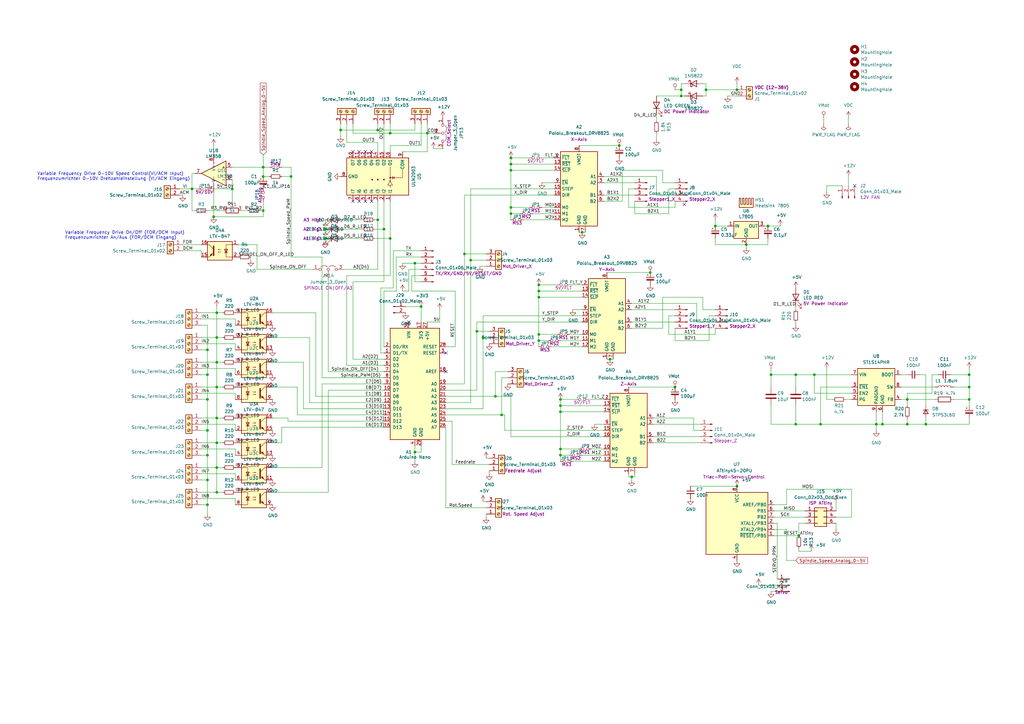
<source format=kicad_sch>
(kicad_sch (version 20230121) (generator eeschema)
  (paper "A3")
  (title_block (title "MPCNC Nano Estlcam Shield Schematic") (date "2019-04-16") (rev "1.4") (company "T.Nenz") (comment 1 "Created by:") (comment 4 "licensed under Creative Commons BY-NC-SA 4.0 license"))
  (junction (at 314.96 92.71))
  (junction (at 372.11 173.99))
  (junction (at 334.01 153.67))
  (junction (at 85.09 163.83))
  (junction (at 85.09 143.51))
  (junction (at 209.55 87.63))
  (junction (at 316.23 153.67))
  (junction (at 336.55 173.99))
  (junction (at 195.58 135.89))
  (junction (at 203.2 162.56))
  (junction (at 133.35 93.98))
  (junction (at 306.07 100.33))
  (junction (at 88.9 138.43))
  (junction (at 229.87 166.37))
  (junction (at 259.08 195.58))
  (junction (at 220.98 137.16))
  (junction (at 107.95 86.36))
  (junction (at 88.9 158.75))
  (junction (at 397.51 158.75))
  (junction (at 220.98 139.7))
  (junction (at 209.55 67.31))
  (junction (at 154.94 90.17))
  (junction (at 379.73 173.99))
  (junction (at 85.09 207.01))
  (junction (at 88.9 191.77))
  (junction (at 139.7 53.34))
  (junction (at 326.39 173.99))
  (junction (at 229.87 186.69))
  (junction (at 359.41 173.99))
  (junction (at 107.95 72.39))
  (junction (at 190.5 104.14))
  (junction (at 220.98 119.38))
  (junction (at 209.55 64.77))
  (junction (at 229.87 168.91))
  (junction (at 78.74 77.47))
  (junction (at 327.66 219.71))
  (junction (at 157.48 93.98))
  (junction (at 289.56 36.83))
  (junction (at 209.55 69.85))
  (junction (at 229.87 163.83))
  (junction (at 279.4 36.83))
  (junction (at 87.63 88.9))
  (junction (at 209.55 85.09))
  (junction (at 302.26 36.83))
  (junction (at 172.72 125.73))
  (junction (at 85.09 153.67))
  (junction (at 220.98 116.84))
  (junction (at 107.95 68.58))
  (junction (at 88.9 171.45))
  (junction (at 88.9 181.61))
  (junction (at 238.76 95.25))
  (junction (at 95.25 77.47))
  (junction (at 229.87 184.15))
  (junction (at 250.19 147.32))
  (junction (at 154.94 53.34))
  (junction (at 88.9 201.93))
  (junction (at 85.09 186.69))
  (junction (at 88.9 128.27))
  (junction (at 266.7 111.76))
  (junction (at 397.51 153.67))
  (junction (at 326.39 153.67))
  (junction (at 198.12 138.43))
  (junction (at 220.98 121.92))
  (junction (at 160.02 97.79))
  (junction (at 372.11 163.83))
  (junction (at 88.9 148.59))
  (junction (at 276.86 158.75))
  (junction (at 254 59.69))
  (junction (at 85.09 176.53))
  (junction (at 205.74 170.18))
  (junction (at 293.37 92.71))
  (junction (at 85.09 196.85))
  (junction (at 160.02 54.61))
  (junction (at 361.95 173.99))
  (junction (at 119.38 72.39))
  (junction (at 302.26 199.39))
  (junction (at 193.04 106.68))
  (junction (at 133.35 97.79))
  (junction (at 170.18 185.42))
  (junction (at 175.26 54.61))
  (junction (at 397.51 163.83))
  (junction (at 279.4 39.37))
  (junction (at 170.18 107.95))
  (no_connect (at 152.4 62.23))
  (no_connect (at 149.86 62.23))
  (no_connect (at 350.52 76.2))
  (no_connect (at 182.88 144.78))
  (no_connect (at 144.78 82.55))
  (no_connect (at 149.86 82.55))
  (no_connect (at 182.88 152.4))
  (no_connect (at 147.32 62.23))
  (no_connect (at 280.67 83.82))
  (no_connect (at 152.4 82.55))
  (no_connect (at 167.64 132.08))
  (no_connect (at 147.32 82.55))
  (no_connect (at 144.78 62.23))
  (wire (pts (xy 182.88 170.18) (xy 205.74 170.18)))
  (wire (pts (xy 199.39 205.74) (xy 198.12 205.74)))
  (wire (pts (xy 259.08 134.62) (xy 271.78 134.62)))
  (wire (pts (xy 279.4 34.29) (xy 279.4 36.83)))
  (wire (pts (xy 157.48 82.55) (xy 157.48 93.98)))
  (wire (pts (xy 255.27 69.85) (xy 271.78 69.85)))
  (wire (pts (xy 170.18 182.88) (xy 170.18 185.42)))
  (wire (pts (xy 208.28 152.4) (xy 203.2 152.4)))
  (wire (pts (xy 88.9 158.75) (xy 91.44 158.75)))
  (wire (pts (xy 372.11 173.99) (xy 379.73 173.99)))
  (wire (pts (xy 175.26 54.61) (xy 175.26 62.23)))
  (wire (pts (xy 88.9 128.27) (xy 88.9 138.43)))
  (wire (pts (xy 81.28 77.47) (xy 78.74 77.47)))
  (wire (pts (xy 160.02 62.23) (xy 160.02 59.69)))
  (wire (pts (xy 287.02 176.53) (xy 284.48 176.53)))
  (wire (pts (xy 96.52 130.81) (xy 82.55 130.81)))
  (wire (pts (xy 220.98 121.92) (xy 238.76 121.92)))
  (wire (pts (xy 105.41 100.33) (xy 105.41 110.49)))
  (wire (pts (xy 161.29 102.87) (xy 161.29 118.11)))
  (wire (pts (xy 228.6 137.16) (xy 220.98 137.16)))
  (wire (pts (xy 96.52 133.35) (xy 96.52 130.81)))
  (wire (pts (xy 269.24 80.01) (xy 276.86 80.01)))
  (wire (pts (xy 111.76 158.75) (xy 121.92 158.75)))
  (wire (pts (xy 334.01 161.29) (xy 334.01 153.67)))
  (wire (pts (xy 247.65 186.69) (xy 238.76 186.69)))
  (wire (pts (xy 121.92 158.75) (xy 121.92 170.18)))
  (wire (pts (xy 190.5 80.01) (xy 227.33 80.01)))
  (wire (pts (xy 193.04 106.68) (xy 199.39 106.68)))
  (wire (pts (xy 96.52 140.97) (xy 82.55 140.97)))
  (wire (pts (xy 288.29 127) (xy 293.37 127)))
  (wire (pts (xy 195.58 135.89) (xy 195.58 160.02)))
  (wire (pts (xy 82.55 105.41) (xy 82.55 102.87)))
  (wire (pts (xy 279.4 36.83) (xy 276.86 36.83)))
  (wire (pts (xy 347.98 48.26) (xy 347.98 50.8)))
  (wire (pts (xy 280.67 34.29) (xy 279.4 34.29)))
  (wire (pts (xy 139.7 50.8) (xy 139.7 53.34)))
  (wire (pts (xy 157.48 149.86) (xy 142.24 149.86)))
  (wire (pts (xy 144.78 50.8) (xy 144.78 54.61)))
  (wire (pts (xy 172.72 125.73) (xy 172.72 132.08)))
  (wire (pts (xy 284.48 176.53) (xy 284.48 171.45)))
  (wire (pts (xy 349.25 200.66) (xy 349.25 212.09)))
  (wire (pts (xy 259.08 195.58) (xy 259.08 196.85)))
  (wire (pts (xy 88.9 171.45) (xy 91.44 171.45)))
  (wire (pts (xy 105.41 110.49) (xy 128.27 110.49)))
  (wire (pts (xy 379.73 173.99) (xy 397.51 173.99)))
  (wire (pts (xy 140.97 110.49) (xy 154.94 110.49)))
  (wire (pts (xy 274.32 137.16) (xy 274.32 129.54)))
  (wire (pts (xy 82.55 163.83) (xy 85.09 163.83)))
  (wire (pts (xy 87.63 78.74) (xy 87.63 88.9)))
  (wire (pts (xy 247.65 82.55) (xy 255.27 82.55)))
  (wire (pts (xy 88.9 191.77) (xy 82.55 191.77)))
  (wire (pts (xy 347.98 76.2) (xy 347.98 72.39)))
  (wire (pts (xy 200.66 135.89) (xy 195.58 135.89)))
  (wire (pts (xy 170.18 185.42) (xy 170.18 189.23)))
  (wire (pts (xy 349.25 161.29) (xy 334.01 161.29)))
  (wire (pts (xy 110.49 72.39) (xy 107.95 72.39)))
  (wire (pts (xy 107.95 86.36) (xy 107.95 88.9)))
  (wire (pts (xy 326.39 229.87) (xy 322.58 229.87)))
  (wire (pts (xy 209.55 64.77) (xy 217.17 64.77)))
  (wire (pts (xy 207.01 176.53) (xy 207.01 170.18)))
  (wire (pts (xy 78.74 86.36) (xy 78.74 77.47)))
  (wire (pts (xy 247.65 72.39) (xy 269.24 72.39)))
  (wire (pts (xy 96.52 161.29) (xy 82.55 161.29)))
  (wire (pts (xy 279.4 39.37) (xy 269.24 39.37)))
  (wire (pts (xy 157.48 50.8) (xy 157.48 62.23)))
  (wire (pts (xy 88.9 148.59) (xy 82.55 148.59)))
  (wire (pts (xy 168.91 119.38) (xy 186.69 119.38)))
  (wire (pts (xy 165.1 107.95) (xy 170.18 107.95)))
  (wire (pts (xy 274.32 77.47) (xy 276.86 77.47)))
  (wire (pts (xy 349.25 158.75) (xy 336.55 158.75)))
  (wire (pts (xy 170.18 53.34) (xy 170.18 50.8)))
  (wire (pts (xy 237.49 59.69) (xy 254 59.69)))
  (wire (pts (xy 80.01 86.36) (xy 78.74 86.36)))
  (wire (pts (xy 397.51 153.67) (xy 397.51 158.75)))
  (wire (pts (xy 213.36 87.63) (xy 209.55 87.63)))
  (wire (pts (xy 73.66 80.01) (xy 74.93 80.01)))
  (wire (pts (xy 318.77 242.57) (xy 316.23 242.57)))
  (wire (pts (xy 193.04 106.68) (xy 193.04 165.1)))
  (wire (pts (xy 124.46 167.64) (xy 124.46 148.59)))
  (wire (pts (xy 88.9 201.93) (xy 82.55 201.93)))
  (wire (pts (xy 88.9 148.59) (xy 88.9 158.75)))
  (wire (pts (xy 271.78 69.85) (xy 271.78 74.93)))
  (wire (pts (xy 88.9 148.59) (xy 91.44 148.59)))
  (wire (pts (xy 91.44 128.27) (xy 88.9 128.27)))
  (wire (pts (xy 82.55 196.85) (xy 85.09 196.85)))
  (wire (pts (xy 327.66 219.71) (xy 327.66 214.63)))
  (wire (pts (xy 127 138.43) (xy 127 165.1)))
  (wire (pts (xy 161.29 102.87) (xy 172.72 102.87)))
  (wire (pts (xy 317.5 212.09) (xy 330.2 212.09)))
  (wire (pts (xy 369.57 158.75) (xy 383.54 158.75)))
  (wire (pts (xy 182.88 208.28) (xy 199.39 208.28)))
  (wire (pts (xy 220.98 116.84) (xy 220.98 119.38)))
  (wire (pts (xy 96.52 196.85) (xy 96.52 194.31)))
  (wire (pts (xy 107.95 86.36) (xy 106.68 86.36)))
  (wire (pts (xy 306.07 100.33) (xy 314.96 100.33)))
  (wire (pts (xy 170.18 107.95) (xy 172.72 107.95)))
  (wire (pts (xy 200.66 193.04) (xy 200.66 194.31)))
  (wire (pts (xy 182.88 160.02) (xy 195.58 160.02)))
  (wire (pts (xy 342.9 214.63) (xy 342.9 217.17)))
  (wire (pts (xy 181.61 60.96) (xy 177.8 60.96)))
  (wire (pts (xy 124.46 167.64) (xy 157.48 167.64)))
  (wire (pts (xy 88.9 181.61) (xy 82.55 181.61)))
  (wire (pts (xy 95.25 68.58) (xy 107.95 68.58)))
  (wire (pts (xy 322.58 207.01) (xy 322.58 200.66)))
  (wire (pts (xy 160.02 54.61) (xy 175.26 54.61)))
  (wire (pts (xy 271.78 74.93) (xy 276.86 74.93)))
  (wire (pts (xy 247.65 163.83) (xy 241.3 163.83)))
  (wire (pts (xy 316.23 173.99) (xy 326.39 173.99)))
  (wire (pts (xy 251.46 147.32) (xy 250.19 147.32)))
  (wire (pts (xy 88.9 128.27) (xy 88.9 125.73)))
  (wire (pts (xy 220.98 137.16) (xy 220.98 139.7)))
  (wire (pts (xy 369.57 153.67) (xy 372.11 153.67)))
  (wire (pts (xy 157.48 170.18) (xy 121.92 170.18)))
  (wire (pts (xy 229.87 168.91) (xy 247.65 168.91)))
  (wire (pts (xy 203.2 152.4) (xy 203.2 162.56)))
  (wire (pts (xy 229.87 184.15) (xy 229.87 186.69)))
  (wire (pts (xy 180.34 132.08) (xy 175.26 132.08)))
  (wire (pts (xy 96.52 176.53) (xy 96.52 173.99)))
  (wire (pts (xy 88.9 158.75) (xy 88.9 171.45)))
  (wire (pts (xy 111.76 191.77) (xy 132.08 191.77)))
  (wire (pts (xy 397.51 163.83) (xy 397.51 166.37)))
  (wire (pts (xy 182.88 142.24) (xy 186.69 142.24)))
  (wire (pts (xy 142.24 113.03) (xy 160.02 113.03)))
  (wire (pts (xy 229.87 168.91) (xy 229.87 166.37)))
  (wire (pts (xy 391.16 163.83) (xy 397.51 163.83)))
  (wire (pts (xy 293.37 90.17) (xy 293.37 92.71)))
  (wire (pts (xy 133.35 97.79) (xy 133.35 99.06)))
  (wire (pts (xy 168.91 113.03) (xy 168.91 119.38)))
  (wire (pts (xy 316.23 153.67) (xy 316.23 158.75)))
  (wire (pts (xy 154.94 50.8) (xy 154.94 53.34)))
  (wire (pts (xy 379.73 171.45) (xy 379.73 173.99)))
  (wire (pts (xy 175.26 62.23) (xy 165.1 62.23)))
  (wire (pts (xy 288.29 121.92) (xy 288.29 127)))
  (wire (pts (xy 115.57 68.58) (xy 119.38 68.58)))
  (wire (pts (xy 257.81 77.47) (xy 260.35 77.47)))
  (wire (pts (xy 382.27 153.67) (xy 382.27 161.29)))
  (wire (pts (xy 326.39 125.73) (xy 326.39 127)))
  (wire (pts (xy 267.97 173.99) (xy 287.02 173.99)))
  (wire (pts (xy 182.88 157.48) (xy 190.5 157.48)))
  (wire (pts (xy 306.07 100.33) (xy 293.37 100.33)))
  (wire (pts (xy 233.68 116.84) (xy 238.76 116.84)))
  (wire (pts (xy 162.56 105.41) (xy 172.72 105.41)))
  (wire (pts (xy 372.11 161.29) (xy 372.11 163.83)))
  (wire (pts (xy 336.55 173.99) (xy 359.41 173.99)))
  (wire (pts (xy 322.58 200.66) (xy 349.25 200.66)))
  (wire (pts (xy 298.45 39.37) (xy 302.26 39.37)))
  (wire (pts (xy 160.02 113.03) (xy 160.02 97.79)))
  (wire (pts (xy 209.55 87.63) (xy 209.55 85.09)))
  (wire (pts (xy 209.55 85.09) (xy 217.17 85.09)))
  (wire (pts (xy 285.75 124.46) (xy 285.75 132.08)))
  (wire (pts (xy 238.76 139.7) (xy 229.87 139.7)))
  (wire (pts (xy 156.21 144.78) (xy 157.48 144.78)))
  (wire (pts (xy 236.22 163.83) (xy 229.87 163.83)))
  (wire (pts (xy 382.27 161.29) (xy 372.11 161.29)))
  (wire (pts (xy 96.52 151.13) (xy 82.55 151.13)))
  (wire (pts (xy 157.48 119.38) (xy 162.56 119.38)))
  (wire (pts (xy 95.25 82.55) (xy 95.25 77.47)))
  (wire (pts (xy 318.77 214.63) (xy 318.77 237.49)))
  (wire (pts (xy 170.18 115.57) (xy 172.72 115.57)))
  (wire (pts (xy 96.52 143.51) (xy 96.52 140.97)))
  (wire (pts (xy 111.76 128.27) (xy 129.54 128.27)))
  (wire (pts (xy 209.55 67.31) (xy 227.33 67.31)))
  (wire (pts (xy 132.08 105.41) (xy 132.08 154.94)))
  (wire (pts (xy 372.11 163.83) (xy 372.11 166.37)))
  (wire (pts (xy 162.56 119.38) (xy 162.56 105.41)))
  (wire (pts (xy 209.55 90.17) (xy 209.55 87.63)))
  (wire (pts (xy 316.23 153.67) (xy 316.23 151.13)))
  (wire (pts (xy 180.34 127) (xy 180.34 132.08)))
  (wire (pts (xy 154.94 58.42) (xy 154.94 62.23)))
  (wire (pts (xy 222.25 85.09) (xy 227.33 85.09)))
  (wire (pts (xy 172.72 113.03) (xy 168.91 113.03)))
  (wire (pts (xy 88.9 138.43) (xy 82.55 138.43)))
  (wire (pts (xy 274.32 129.54) (xy 276.86 129.54)))
  (wire (pts (xy 88.9 171.45) (xy 88.9 181.61)))
  (wire (pts (xy 391.16 158.75) (xy 397.51 158.75)))
  (wire (pts (xy 372.11 171.45) (xy 372.11 173.99)))
  (wire (pts (xy 259.08 124.46) (xy 285.75 124.46)))
  (wire (pts (xy 280.67 39.37) (xy 279.4 39.37)))
  (wire (pts (xy 276.86 139.7) (xy 276.86 134.62)))
  (wire (pts (xy 228.6 116.84) (xy 220.98 116.84)))
  (wire (pts (xy 190.5 104.14) (xy 199.39 104.14)))
  (wire (pts (xy 293.37 132.08) (xy 285.75 132.08)))
  (wire (pts (xy 267.97 171.45) (xy 284.48 171.45)))
  (wire (pts (xy 326.39 173.99) (xy 336.55 173.99)))
  (wire (pts (xy 115.57 175.26) (xy 157.48 175.26)))
  (wire (pts (xy 209.55 69.85) (xy 209.55 67.31)))
  (wire (pts (xy 317.5 207.01) (xy 322.58 207.01)))
  (wire (pts (xy 139.7 53.34) (xy 139.7 55.88)))
  (wire (pts (xy 397.51 163.83) (xy 397.51 158.75)))
  (wire (pts (xy 229.87 186.69) (xy 229.87 189.23)))
  (wire (pts (xy 260.35 82.55) (xy 260.35 87.63)))
  (wire (pts (xy 359.41 173.99) (xy 359.41 176.53)))
  (wire (pts (xy 157.48 165.1) (xy 127 165.1)))
  (wire (pts (xy 317.5 217.17) (xy 322.58 217.17)))
  (wire (pts (xy 247.65 166.37) (xy 229.87 166.37)))
  (wire (pts (xy 222.25 74.93) (xy 227.33 74.93)))
  (wire (pts (xy 88.9 201.93) (xy 91.44 201.93)))
  (wire (pts (xy 78.74 77.47) (xy 78.74 71.12)))
  (wire (pts (xy 269.24 72.39) (xy 269.24 80.01)))
  (wire (pts (xy 326.39 166.37) (xy 326.39 173.99)))
  (wire (pts (xy 193.04 77.47) (xy 193.04 106.68)))
  (wire (pts (xy 208.28 154.94) (xy 205.74 154.94)))
  (wire (pts (xy 160.02 50.8) (xy 160.02 54.61)))
  (wire (pts (xy 302.26 34.29) (xy 302.26 36.83)))
  (wire (pts (xy 313.69 92.71) (xy 314.96 92.71)))
  (wire (pts (xy 339.09 151.13) (xy 339.09 163.83)))
  (wire (pts (xy 289.56 34.29) (xy 288.29 34.29)))
  (wire (pts (xy 316.23 173.99) (xy 316.23 166.37)))
  (wire (pts (xy 82.55 207.01) (xy 85.09 207.01)))
  (wire (pts (xy 195.58 132.08) (xy 195.58 135.89)))
  (wire (pts (xy 157.48 142.24) (xy 157.48 119.38)))
  (wire (pts (xy 87.63 59.69) (xy 87.63 63.5)))
  (wire (pts (xy 85.09 210.82) (xy 85.09 207.01)))
  (wire (pts (xy 196.85 109.22) (xy 199.39 109.22)))
  (wire (pts (xy 85.09 86.36) (xy 91.44 86.36)))
  (wire (pts (xy 140.97 90.17) (xy 148.59 90.17)))
  (wire (pts (xy 198.12 138.43) (xy 198.12 167.64)))
  (wire (pts (xy 195.58 132.08) (xy 238.76 132.08)))
  (wire (pts (xy 279.4 36.83) (xy 279.4 39.37)))
  (wire (pts (xy 209.55 69.85) (xy 227.33 69.85)))
  (wire (pts (xy 88.9 191.77) (xy 91.44 191.77)))
  (wire (pts (xy 193.04 77.47) (xy 227.33 77.47)))
  (wire (pts (xy 115.57 175.26) (xy 115.57 181.61)))
  (wire (pts (xy 233.68 186.69) (xy 229.87 186.69)))
  (wire (pts (xy 248.92 147.32) (xy 250.19 147.32)))
  (wire (pts (xy 209.55 67.31) (xy 209.55 64.77)))
  (wire (pts (xy 248.92 111.76) (xy 266.7 111.76)))
  (wire (pts (xy 148.59 93.98) (xy 140.97 93.98)))
  (wire (pts (xy 157.48 115.57) (xy 144.78 115.57)))
  (wire (pts (xy 259.08 195.58) (xy 260.35 195.58)))
  (wire (pts (xy 289.56 36.83) (xy 302.26 36.83)))
  (wire (pts (xy 237.49 95.25) (xy 238.76 95.25)))
  (wire (pts (xy 172.72 125.73) (xy 166.37 125.73)))
  (wire (pts (xy 257.81 158.75) (xy 276.86 158.75)))
  (wire (pts (xy 269.24 46.99) (xy 269.24 49.53)))
  (wire (pts (xy 134.62 114.3) (xy 134.62 152.4)))
  (wire (pts (xy 227.33 90.17) (xy 214.63 90.17)))
  (wire (pts (xy 229.87 168.91) (xy 229.87 184.15)))
  (wire (pts (xy 222.25 64.77) (xy 227.33 64.77)))
  (wire (pts (xy 182.88 162.56) (xy 203.2 162.56)))
  (wire (pts (xy 379.73 153.67) (xy 377.19 153.67)))
  (wire (pts (xy 129.54 128.27) (xy 129.54 162.56)))
  (wire (pts (xy 274.32 87.63) (xy 274.32 77.47)))
  (wire (pts (xy 95.25 77.47) (xy 95.25 73.66)))
  (wire (pts (xy 234.95 189.23) (xy 247.65 189.23)))
  (wire (pts (xy 207.01 170.18) (xy 205.74 170.18)))
  (wire (pts (xy 257.81 194.31) (xy 257.81 195.58)))
  (wire (pts (xy 134.62 160.02) (xy 134.62 201.93)))
  (wire (pts (xy 144.78 54.61) (xy 160.02 54.61)))
  (wire (pts (xy 316.23 153.67) (xy 326.39 153.67)))
  (wire (pts (xy 142.24 113.03) (xy 142.24 149.86)))
  (wire (pts (xy 78.74 77.47) (xy 73.66 77.47)))
  (wire (pts (xy 154.94 82.55) (xy 154.94 90.17)))
  (wire (pts (xy 107.95 88.9) (xy 87.63 88.9)))
  (wire (pts (xy 220.98 119.38) (xy 220.98 121.92)))
  (wire (pts (xy 397.51 171.45) (xy 397.51 173.99)))
  (wire (pts (xy 186.69 142.24) (xy 186.69 119.38)))
  (wire (pts (xy 397.51 151.13) (xy 397.51 153.67)))
  (wire (pts (xy 99.06 86.36) (xy 101.6 86.36)))
  (wire (pts (xy 82.55 153.67) (xy 85.09 153.67)))
  (wire (pts (xy 200.66 187.96) (xy 199.39 187.96)))
  (wire (pts (xy 372.11 163.83) (xy 383.54 163.83)))
  (wire (pts (xy 306.07 100.33) (xy 306.07 101.6)))
  (wire (pts (xy 240.03 95.25) (xy 238.76 95.25)))
  (wire (pts (xy 157.48 157.48) (xy 132.08 157.48)))
  (wire (pts (xy 85.09 163.83) (xy 85.09 153.67)))
  (wire (pts (xy 172.72 185.42) (xy 170.18 185.42)))
  (wire (pts (xy 346.71 163.83) (xy 349.25 163.83)))
  (wire (pts (xy 318.77 240.03) (xy 311.15 240.03)))
  (wire (pts (xy 133.35 93.98) (xy 133.35 97.79)))
  (wire (pts (xy 238.76 137.16) (xy 233.68 137.16)))
  (wire (pts (xy 369.57 163.83) (xy 372.11 163.83)))
  (wire (pts (xy 327.66 226.06) (xy 327.66 224.79)))
  (wire (pts (xy 115.57 181.61) (xy 111.76 181.61)))
  (wire (pts (xy 175.26 50.8) (xy 175.26 54.61)))
  (wire (pts (xy 119.38 72.39) (xy 115.57 72.39)))
  (wire (pts (xy 96.52 173.99) (xy 82.55 173.99)))
  (wire (pts (xy 326.39 153.67) (xy 334.01 153.67)))
  (wire (pts (xy 165.1 119.38) (xy 167.64 119.38)))
  (wire (pts (xy 129.54 162.56) (xy 157.48 162.56)))
  (wire (pts (xy 154.94 90.17) (xy 154.94 110.49)))
  (wire (pts (xy 88.9 181.61) (xy 91.44 181.61)))
  (wire (pts (xy 102.87 105.41) (xy 102.87 106.68)))
  (wire (pts (xy 82.55 176.53) (xy 85.09 176.53)))
  (wire (pts (xy 88.9 128.27) (xy 82.55 128.27)))
  (wire (pts (xy 209.55 179.07) (xy 247.65 179.07)))
  (wire (pts (xy 118.11 172.72) (xy 157.48 172.72)))
  (wire (pts (xy 85.09 133.35) (xy 82.55 133.35)))
  (wire (pts (xy 107.95 82.55) (xy 107.95 86.36)))
  (wire (pts (xy 88.9 191.77) (xy 88.9 201.93)))
  (wire (pts (xy 185.42 190.5) (xy 200.66 190.5)))
  (wire (pts (xy 317.5 209.55) (xy 330.2 209.55)))
  (wire (pts (xy 337.82 48.26) (xy 337.82 50.8)))
  (wire (pts (xy 260.35 87.63) (xy 274.32 87.63)))
  (wire (pts (xy 289.56 36.83) (xy 289.56 34.29)))
  (wire (pts (xy 205.74 154.94) (xy 205.74 170.18)))
  (wire (pts (xy 259.08 132.08) (xy 276.86 132.08)))
  (wire (pts (xy 289.56 39.37) (xy 289.56 36.83)))
  (wire (pts (xy 88.9 171.45) (xy 82.55 171.45)))
  (wire (pts (xy 133.35 93.98) (xy 133.35 90.17)))
  (wire (pts (xy 257.81 85.09) (xy 257.81 77.47)))
  (wire (pts (xy 96.52 153.67) (xy 96.52 151.13)))
  (wire (pts (xy 111.76 148.59) (xy 124.46 148.59)))
  (wire (pts (xy 119.38 72.39) (xy 119.38 105.41)))
  (wire (pts (xy 96.52 184.15) (xy 82.55 184.15)))
  (wire (pts (xy 153.67 93.98) (xy 157.48 93.98)))
  (wire (pts (xy 88.9 158.75) (xy 82.55 158.75)))
  (wire (pts (xy 267.97 179.07) (xy 287.02 179.07)))
  (wire (pts (xy 85.09 176.53) (xy 85.09 163.83)))
  (wire (pts (xy 276.86 82.55) (xy 276.86 85.09)))
  (wire (pts (xy 96.52 204.47) (xy 82.55 204.47)))
  (wire (pts (xy 182.88 165.1) (xy 193.04 165.1)))
  (wire (pts (xy 293.37 129.54) (xy 290.83 129.54)))
  (wire (pts (xy 142.24 58.42) (xy 142.24 50.8)))
  (wire (pts (xy 298.45 92.71) (xy 293.37 92.71)))
  (wire (pts (xy 132.08 157.48) (xy 132.08 191.77)))
  (wire (pts (xy 134.62 152.4) (xy 157.48 152.4)))
  (wire (pts (xy 290.83 139.7) (xy 276.86 139.7)))
  (wire (pts (xy 255.27 82.55) (xy 255.27 69.85)))
  (wire (pts (xy 359.41 168.91) (xy 359.41 173.99)))
  (wire (pts (xy 327.66 214.63) (xy 330.2 214.63)))
  (wire (pts (xy 111.76 201.93) (xy 134.62 201.93)))
  (wire (pts (xy 107.95 68.58) (xy 107.95 72.39)))
  (wire (pts (xy 314.96 92.71) (xy 320.04 92.71)))
  (wire (pts (xy 78.74 71.12) (xy 80.01 71.12)))
  (wire (pts (xy 157.48 160.02) (xy 134.62 160.02)))
  (wire (pts (xy 334.01 153.67) (xy 349.25 153.67)))
  (wire (pts (xy 142.24 58.42) (xy 154.94 58.42)))
  (wire (pts (xy 339.09 76.2) (xy 339.09 78.74)))
  (wire (pts (xy 85.09 186.69) (xy 85.09 176.53)))
  (wire (pts (xy 209.55 85.09) (xy 209.55 69.85)))
  (wire (pts (xy 132.08 154.94) (xy 157.48 154.94)))
  (wire (pts (xy 85.09 143.51) (xy 85.09 133.35)))
  (wire (pts (xy 148.59 97.79) (xy 140.97 97.79)))
  (wire (pts (xy 172.72 50.8) (xy 172.72 59.69)))
  (wire (pts (xy 361.95 168.91) (xy 361.95 173.99)))
  (wire (pts (xy 172.72 182.88) (xy 172.72 185.42)))
  (wire (pts (xy 154.94 53.34) (xy 170.18 53.34)))
  (wire (pts (xy 293.37 100.33) (xy 293.37 97.79)))
  (wire (pts (xy 271.78 121.92) (xy 288.29 121.92)))
  (wire (pts (xy 160.02 97.79) (xy 160.02 82.55)))
  (wire (pts (xy 161.29 118.11) (xy 156.21 118.11)))
  (wire (pts (xy 317.5 214.63) (xy 318.77 214.63)))
  (wire (pts (xy 105.41 100.33) (xy 97.79 100.33)))
  (wire (pts (xy 220.98 139.7) (xy 220.98 142.24)))
  (wire (pts (xy 139.7 53.34) (xy 154.94 53.34)))
  (wire (pts (xy 226.06 142.24) (xy 238.76 142.24)))
  (wire (pts (xy 167.64 110.49) (xy 172.72 110.49)))
  (wire (pts (xy 260.35 195.58) (xy 260.35 194.31)))
  (wire (pts (xy 96.52 194.31) (xy 82.55 194.31)))
  (wire (pts (xy 359.41 173.99) (xy 361.95 173.99)))
  (wire (pts (xy 327.66 219.71) (xy 317.5 219.71)))
  (wire (pts (xy 384.81 153.67) (xy 382.27 153.67)))
  (wire (pts (xy 314.96 97.79) (xy 314.96 100.33)))
  (wire (pts (xy 389.89 153.67) (xy 397.51 153.67)))
  (wire (pts (xy 203.2 162.56) (xy 209.55 162.56)))
  (wire (pts (xy 332.74 226.06) (xy 327.66 226.06)))
  (wire (pts (xy 157.48 93.98) (xy 157.48 115.57)))
  (wire (pts (xy 96.52 207.01) (xy 96.52 204.47)))
  (wire (pts (xy 107.95 63.5) (xy 107.95 68.58)))
  (wire (pts (xy 182.88 167.64) (xy 198.12 167.64)))
  (wire (pts (xy 88.9 138.43) (xy 88.9 148.59)))
  (wire (pts (xy 247.65 184.15) (xy 242.57 184.15)))
  (wire (pts (xy 269.24 54.61) (xy 269.24 57.15)))
  (wire (pts (xy 119.38 105.41) (xy 132.08 105.41)))
  (wire (pts (xy 288.29 39.37) (xy 289.56 39.37)))
  (wire (pts (xy 247.65 74.93) (xy 260.35 74.93)))
  (wire (pts (xy 82.55 143.51) (xy 85.09 143.51)))
  (wire (pts (xy 293.37 134.62) (xy 293.37 137.16)))
  (wire (pts (xy 85.09 153.67) (xy 85.09 143.51)))
  (wire (pts (xy 144.78 115.57) (xy 144.78 147.32)))
  (wire (pts (xy 198.12 129.54) (xy 198.12 138.43)))
  (wire (pts (xy 341.63 163.83) (xy 339.09 163.83)))
  (wire (pts (xy 290.83 129.54) (xy 290.83 139.7)))
  (wire (pts (xy 283.21 199.39) (xy 302.26 199.39)))
  (wire (pts (xy 190.5 104.14) (xy 190.5 157.48)))
  (wire (pts (xy 88.9 138.43) (xy 91.44 138.43)))
  (wire (pts (xy 243.84 173.99) (xy 247.65 173.99)))
  (wire (pts (xy 82.55 102.87) (xy 74.93 102.87)))
  (wire (pts (xy 110.49 68.58) (xy 107.95 68.58)))
  (wire (pts (xy 267.97 181.61) (xy 287.02 181.61)))
  (wire (pts (xy 339.09 76.2) (xy 345.44 76.2)))
  (wire (pts (xy 349.25 212.09) (xy 342.9 212.09)))
  (wire (pts (xy 259.08 127) (xy 276.86 127)))
  (wire (pts (xy 118.11 172.72) (xy 118.11 171.45)))
  (wire (pts (xy 218.44 87.63) (xy 227.33 87.63)))
  (wire (pts (xy 247.65 80.01) (xy 260.35 80.01)))
  (wire (pts (xy 237.49 184.15) (xy 229.87 184.15)))
  (wire (pts (xy 156.21 118.11) (xy 156.21 144.78)))
  (wire (pts (xy 326.39 132.08) (xy 326.39 133.35)))
  (wire (pts (xy 190.5 80.01) (xy 190.5 104.14)))
  (wire (pts (xy 85.09 196.85) (xy 85.09 186.69)))
  (wire (pts (xy 322.58 217.17) (xy 322.58 229.87)))
  (wire (pts (xy 182.88 175.26) (xy 182.88 208.28)))
  (wire (pts (xy 95.25 77.47) (xy 86.36 77.47)))
  (wire (pts (xy 199.39 210.82) (xy 199.39 212.09)))
  (wire (pts (xy 153.67 90.17) (xy 154.94 90.17)))
  (wire (pts (xy 160.02 59.69) (xy 172.72 59.69)))
  (wire (pts (xy 271.78 134.62) (xy 271.78 121.92)))
  (wire (pts (xy 379.73 153.67) (xy 379.73 166.37)))
  (wire (pts (xy 229.87 166.37) (xy 229.87 163.83)))
  (wire (pts (xy 361.95 173.99) (xy 372.11 173.99)))
  (wire (pts (xy 224.79 139.7) (xy 220.98 139.7)))
  (wire (pts (xy 342.9 209.55) (xy 342.9 205.74)))
  (wire (pts (xy 209.55 162.56) (xy 209.55 179.07)))
  (wire (pts (xy 257.81 195.58) (xy 259.08 195.58)))
  (wire (pts (xy 119.38 68.58) (xy 119.38 72.39)))
  (wire (pts (xy 74.93 100.33) (xy 82.55 100.33)))
  (wire (pts (xy 170.18 107.95) (xy 170.18 115.57)))
  (wire (pts (xy 96.52 163.83) (xy 96.52 161.29)))
  (wire (pts (xy 220.98 119.38) (xy 238.76 119.38)))
  (wire (pts (xy 82.55 186.69) (xy 85.09 186.69)))
  (wire (pts (xy 276.86 85.09) (xy 257.81 85.09)))
  (wire (pts (xy 326.39 153.67) (xy 326.39 158.75)))
  (wire (pts (xy 167.64 119.38) (xy 167.64 110.49)))
  (wire (pts (xy 157.48 147.32) (xy 144.78 147.32)))
  (wire (pts (xy 247.65 176.53) (xy 207.01 176.53)))
  (wire (pts (xy 185.42 172.72) (xy 185.42 190.5)))
  (wire (pts (xy 220.98 121.92) (xy 220.98 137.16)))
  (wire (pts (xy 111.76 138.43) (xy 127 138.43)))
  (wire (pts (xy 177.8 54.61) (xy 175.26 54.61)))
  (wire (pts (xy 153.67 97.79) (xy 160.02 97.79)))
  (wire (pts (xy 118.11 171.45) (xy 111.76 171.45)))
  (wire (pts (xy 238.76 127) (xy 234.95 127)))
  (wire (pts (xy 293.37 137.16) (xy 274.32 137.16)))
  (wire (pts (xy 200.66 138.43) (xy 198.12 138.43)))
  (wire (pts (xy 96.52 186.69) (xy 96.52 184.15)))
  (wire (pts (xy 85.09 207.01) (xy 85.09 196.85)))
  (wire (pts (xy 198.12 129.54) (xy 238.76 129.54)))
  (wire (pts (xy 336.55 158.75) (xy 336.55 173.99)))
  (wire (pts (xy 182.88 172.72) (xy 185.42 172.72)))
  (wire (pts (xy 88.9 181.61) (xy 88.9 191.77)))
  (text "Variable Frequency Drive On/Off (FOR/DCM Input)\nFrequenzumrichter An/Aus (FOR/DCM Eingang)\n\n" (at 26.67 100.33 0) (effects (font (size 1.27 1.27)) (justify left bottom)))
  (text "Variable Frequency Drive 0-10V Speed Control(VI/ACM Input)\nFrequenzumrichter 0-10V Drehzahleinstellung (VI/ACM Eingang)\n\n" (at 15.24 76.2 0) (effects (font (size 1.27 1.27)) (justify left bottom)))
  (label "A1X2" (at 250.19 72.39 0))
  (label "FLT_Z" (at 242.57 163.83 0))
  (label "M1Z" (at 242.57 186.69 0))
  (label "COM" (at 175.26 54.61 0))
  (label "A1Y1" (at 280.67 137.16 0))
  (label "RESET" (at 186.69 138.43 90))
  (label "MOSI" (at 328.93 200.66 0))
  (label "IN2" (at 82.55 140.97 0))
  (label "OUT3" (at 148.59 58.42 0))
  (label "B2X2" (at 248.92 82.55 0))
  (label "TX" (at 166.37 102.87 0))
  (label "Spindle_ON_OFF" (at 110.49 110.49 0))
  (label "IN5_R_LED" (at 96.52 171.45 0))
  (label "RX" (at 166.37 105.41 0))
  (label "5V" (at 177.8 132.08 0))
  (label "RV1_R2" (at 100.33 86.36 0))
  (label "Y_DIR" (at 222.25 132.08 0))
  (label "IN8_R_LED" (at 96.52 201.93 0))
  (label "RESET_ATtiny" (at 321.31 219.71 0))
  (label "E6(D13)" (at 149.86 175.26 0))
  (label "Spindle_ON_OFF(D4)" (at 135.89 152.4 0))
  (label "OUT1" (at 167.64 59.69 0))
  (label "B1X1" (at 248.92 80.01 0))
  (label "IN8" (at 82.55 204.47 0))
  (label "SERVO_PPM" (at 318.77 234.95 90))
  (label "B1Z" (at 269.24 179.07 0))
  (label "Spindle_PWM(D5)" (at 139.7 154.94 0))
  (label "E8(D7)" (at 149.86 160.02 0))
  (label "A1(D3)" (at 148.59 149.86 0))
  (label "SPINDEL_ON_OFF_R_LED" (at 97.79 105.41 0))
  (label "IN4_R_LED" (at 96.52 158.75 0))
  (label "A1X1" (at 265.43 85.09 0))
  (label "A2Y1" (at 260.35 127 0))
  (label "A2X1" (at 248.92 74.93 0))
  (label "IN3" (at 82.55 151.13 0))
  (label "Z_STEP" (at 232.41 176.53 0))
  (label "MISO" (at 321.31 209.55 0))
  (label "D7_R_LED" (at 140.97 90.17 0))
  (label "B2Y1" (at 280.67 139.7 0))
  (label "IN6_R_LED" (at 96.52 181.61 0))
  (label "E7(D6)" (at 149.86 157.48 0))
  (label "A3(D4)" (at 144.78 110.49 0))
  (label "Z_DIR" (at 232.41 179.07 0))
  (label "IN4" (at 82.55 161.29 0))
  (label "M1X" (at 223.52 87.63 0))
  (label "M0X" (at 223.52 85.09 0))
  (label "E3(D10)" (at 149.86 167.64 0))
  (label "IN3_R_LED" (at 96.52 148.59 0))
  (label "IN7" (at 82.55 194.31 0))
  (label "E4(D11)" (at 149.86 170.18 0))
  (label "M2Y" (at 233.68 142.24 0))
  (label "D1_R_LED" (at 326.39 125.73 180))
  (label "B2Z" (at 269.24 181.61 0))
  (label "M2Z" (at 242.57 189.23 0))
  (label "5V_10V" (at 88.9 77.47 0))
  (label "D4_R_LED" (at 269.24 48.26 180))
  (label "E2(D9)" (at 149.86 165.1 0))
  (label "IN1_R_LED" (at 96.52 128.27 0))
  (label "M2X" (at 223.52 90.17 0))
  (label "E1(D8)" (at 149.86 162.56 0))
  (label "FLT_X" (at 223.52 64.77 0))
  (label "B2X1" (at 265.43 87.63 0))
  (label "B2Y2" (at 260.35 134.62 0))
  (label "X_DIR" (at 210.82 80.01 0))
  (label "IN2_R_LED" (at 96.52 138.43 0))
  (label "D5_R_LED" (at 140.97 97.79 0))
  (label "Spindle_Speed_PWM" (at 119.38 100.33 90))
  (label "VI" (at 74.93 77.47 0))
  (label "DCM" (at 74.93 102.87 0))
  (label "X_STEP" (at 210.82 77.47 0))
  (label "M0Y" (at 233.68 137.16 0))
  (label "IN1" (at 82.55 130.81 0))
  (label "R3_RV1" (at 86.36 86.36 0))
  (label "FLT_Y" (at 233.68 116.84 0))
  (label "OUT2" (at 157.48 57.15 90))
  (label "Feedrate" (at 186.69 190.5 0))
  (label "E5(D12)" (at 149.86 172.72 0))
  (label "M1Y" (at 233.68 139.7 0))
  (label "Rot.Speed" (at 184.15 208.28 0))
  (label "A1Z" (at 269.24 171.45 0))
  (label "IN7_R_LED" (at 96.52 191.77 0))
  (label "FOR" (at 74.93 100.33 0))
  (label "ACM" (at 73.66 80.01 0))
  (label "A1Y2" (at 261.62 124.46 0))
  (label "SCK" (at 320.04 212.09 0))
  (label "C1_to_JP16" (at 107.95 77.47 0))
  (label "IN6" (at 82.55 184.15 0))
  (label "A2(D2)" (at 148.59 147.32 0))
  (label "A2Z" (at 269.24 173.99 0))
  (label "GND" (at 299.72 39.37 0))
  (label "IN5" (at 82.55 173.99 0))
  (label "B1Y1" (at 260.35 132.08 0))
  (label "M0Z" (at 242.57 184.15 0))
  (label "D6_R_LED" (at 140.97 93.98 0))
  (label "Y_STEP" (at 222.25 129.54 0))
  (global_label "Spindle_Speed_Analog_0-5V" (shape input) (at 326.39 229.87 0) (property "Intersheetrefs" "${INTERSHEET_REFS}" (effects hide)))
  (global_label "Spindle_Speed_Analog_0-5V" (shape input) (at 107.95 63.5 90) (property "Intersheetrefs" "${INTERSHEET_REFS}" (effects hide)))
  (symbol (lib_id "MPCNC Nano Estlcam Shield-rescue:Arduino_Nano_v3.x-MCU_Module") (at 170.18 157.48 0) (unit 1)
    (property "Reference" "A1" (at 167.64 185.42 0))
    (property "Value" "Arduino Nano" (at 170.18 187.4774 0))
    (property "Footprint" "MPCNC_Shield_Footprints:Arduino_Nano" (effects hide))
    (property "Datasheet" "http://www.mouser.com/pdfdocs/Gravitech_Arduino_Nano3_0.pdf" (effects hide))
  )
  (symbol (lib_id "MPCNC Nano Estlcam Shield-rescue:Conn_01x04_Male-Connector") (at 265.43 77.47 0) (mirror y) (unit 1)
    (property "Reference" "J7" (at 266.1412 76.962 0) (effects (justify right)))
    (property "Value" "Conn_01x04_Male" (at 266.1412 79.3242 0) (effects (justify right)))
    (property "Footprint" "Connector_PinHeader_2.54mm:PinHeader_1x04_P2.54mm_Vertical" (effects hide))
    (property "Funktion" "Stepper1_X" (at 266.1412 81.6864 0) (effects (justify right)))
  )
  (symbol (lib_id "power:GND") (at 254 64.77 0) (unit 1)
    (property "Reference" "#PWR036" (effects hide))
    (property "Value" "GND" (at 254.127 69.215 0))
  )
  (symbol (lib_id "MPCNC Nano Estlcam Shield-rescue:CP_Small-Device") (at 254 62.23 0) (unit 1)
    (property "Reference" "C2" (at 256.2606 61.0362 0) (effects (justify left)))
    (property "Value" "100µF" (at 256.2606 63.3984 0) (effects (justify left)))
    (property "Footprint" "MPCNC_Shield_Footprints:CP_Radial_D8.0mm_P3.50mm" (effects hide))
  )
  (symbol (lib_id "MPCNC Nano Estlcam Shield-rescue:Jumper_NO_Small-Device") (at 219.71 85.09 0) (unit 1)
    (property "Reference" "JP1" (at 219.71 83.82 0))
    (property "Value" "Jumper_NO_Small" (effects hide))
    (property "Footprint" "Connector_PinHeader_2.54mm:PinHeader_1x02_P2.54mm_Vertical" (effects hide))
    (property "Funktion" "MS1" (at 219.71 86.36 0))
  )
  (symbol (lib_id "MPCNC Nano Estlcam Shield-rescue:Jumper_NO_Small-Device") (at 215.9 87.63 0) (unit 1)
    (property "Reference" "JP2" (at 215.9 86.36 0))
    (property "Value" "Jumper_NO_Small" (effects hide))
    (property "Footprint" "Connector_PinHeader_2.54mm:PinHeader_1x02_P2.54mm_Vertical" (effects hide))
    (property "Funktion" "MS2" (at 215.9 88.9 0))
  )
  (symbol (lib_id "MPCNC Nano Estlcam Shield-rescue:Jumper_NO_Small-Device") (at 212.09 90.17 0) (unit 1)
    (property "Reference" "JP3" (at 212.09 88.9 0))
    (property "Value" "Jumper_NO_Small" (effects hide))
    (property "Footprint" "Connector_PinHeader_2.54mm:PinHeader_1x02_P2.54mm_Vertical" (effects hide))
    (property "Funktion" "MS3" (at 212.09 91.44 0))
  )
  (symbol (lib_id "power:+5V") (at 209.55 64.77 0) (unit 1)
    (property "Reference" "#PWR022" (effects hide))
    (property "Value" "+5V" (at 209.931 60.325 0))
  )
  (symbol (lib_id "Isolator:LTV-847") (at 104.14 130.81 0) (unit 1)
    (property "Reference" "U2" (at 104.14 122.4534 0))
    (property "Value" "LTV-847" (at 104.14 124.8156 0))
    (property "Footprint" "MPCNC_Shield_Footprints:DIP-16_W7.62mm" (effects hide))
    (property "Datasheet" "http://optoelectronics.liteon.com/upload/download/DS-70-96-0016/LTV-8X7%20series.PDF" (effects hide))
  )
  (symbol (lib_id "Isolator:LTV-847") (at 104.14 140.97 0) (unit 2)
    (property "Reference" "U2" (at 104.14 132.6134 0))
    (property "Value" "LTV-847" (at 104.14 134.9756 0))
    (property "Footprint" "MPCNC_Shield_Footprints:DIP-16_W7.62mm" (effects hide))
    (property "Datasheet" "http://optoelectronics.liteon.com/upload/download/DS-70-96-0016/LTV-8X7%20series.PDF" (effects hide))
  )
  (symbol (lib_id "Isolator:LTV-847") (at 104.14 151.13 0) (unit 3)
    (property "Reference" "U2" (at 104.14 142.7734 0))
    (property "Value" "LTV-847" (at 104.14 145.1356 0))
    (property "Footprint" "MPCNC_Shield_Footprints:DIP-16_W7.62mm" (effects hide))
    (property "Datasheet" "http://optoelectronics.liteon.com/upload/download/DS-70-96-0016/LTV-8X7%20series.PDF" (effects hide))
  )
  (symbol (lib_id "Isolator:LTV-847") (at 104.14 161.29 0) (unit 4)
    (property "Reference" "U2" (at 104.14 152.9334 0))
    (property "Value" "LTV-847" (at 104.14 155.2956 0))
    (property "Footprint" "MPCNC_Shield_Footprints:DIP-16_W7.62mm" (effects hide))
    (property "Datasheet" "http://optoelectronics.liteon.com/upload/download/DS-70-96-0016/LTV-8X7%20series.PDF" (effects hide))
  )
  (symbol (lib_id "Isolator:LTV-847") (at 104.14 173.99 0) (unit 1)
    (property "Reference" "U3" (at 104.14 165.6334 0))
    (property "Value" "LTV-847" (at 104.14 167.9956 0))
    (property "Footprint" "MPCNC_Shield_Footprints:DIP-16_W7.62mm" (effects hide))
    (property "Datasheet" "http://optoelectronics.liteon.com/upload/download/DS-70-96-0016/LTV-8X7%20series.PDF" (effects hide))
  )
  (symbol (lib_id "Isolator:LTV-847") (at 104.14 184.15 0) (unit 2)
    (property "Reference" "U3" (at 104.14 175.7934 0))
    (property "Value" "LTV-847" (at 104.14 178.1556 0))
    (property "Footprint" "MPCNC_Shield_Footprints:DIP-16_W7.62mm" (effects hide))
    (property "Datasheet" "http://optoelectronics.liteon.com/upload/download/DS-70-96-0016/LTV-8X7%20series.PDF" (effects hide))
  )
  (symbol (lib_id "Isolator:LTV-847") (at 104.14 194.31 0) (unit 3)
    (property "Reference" "U3" (at 104.14 185.9534 0))
    (property "Value" "LTV-847" (at 104.14 188.3156 0))
    (property "Footprint" "MPCNC_Shield_Footprints:DIP-16_W7.62mm" (effects hide))
    (property "Datasheet" "http://optoelectronics.liteon.com/upload/download/DS-70-96-0016/LTV-8X7%20series.PDF" (effects hide))
  )
  (symbol (lib_id "Isolator:LTV-847") (at 104.14 204.47 0) (unit 4)
    (property "Reference" "U3" (at 104.14 196.1134 0))
    (property "Value" "LTV-847" (at 104.14 198.4756 0))
    (property "Footprint" "MPCNC_Shield_Footprints:DIP-16_W7.62mm" (effects hide))
    (property "Datasheet" "http://optoelectronics.liteon.com/upload/download/DS-70-96-0016/LTV-8X7%20series.PDF" (effects hide))
  )
  (symbol (lib_id "Device:R_Small") (at 93.98 128.27 90) (mirror x) (unit 1)
    (property "Reference" "R5" (at 93.98 123.2154 90))
    (property "Value" "220" (at 93.98 125.5776 90))
    (property "Footprint" "MPCNC_Shield_Footprints:R_Axial_DIN0207_L6.3mm_D2.5mm_P7.62mm_Horizontal" (effects hide))
  )
  (symbol (lib_id "Device:R_Small") (at 93.98 138.43 90) (mirror x) (unit 1)
    (property "Reference" "R6" (at 93.98 133.3754 90))
    (property "Value" "220" (at 93.98 135.7376 90))
    (property "Footprint" "MPCNC_Shield_Footprints:R_Axial_DIN0207_L6.3mm_D2.5mm_P7.62mm_Horizontal" (effects hide))
  )
  (symbol (lib_id "Device:R_Small") (at 93.98 148.59 90) (mirror x) (unit 1)
    (property "Reference" "R7" (at 93.98 143.5354 90))
    (property "Value" "220" (at 93.98 145.8976 90))
    (property "Footprint" "MPCNC_Shield_Footprints:R_Axial_DIN0207_L6.3mm_D2.5mm_P7.62mm_Horizontal" (effects hide))
  )
  (symbol (lib_id "Device:R_Small") (at 93.98 158.75 90) (mirror x) (unit 1)
    (property "Reference" "R8" (at 93.98 153.6954 90))
    (property "Value" "220" (at 93.98 156.0576 90))
    (property "Footprint" "MPCNC_Shield_Footprints:R_Axial_DIN0207_L6.3mm_D2.5mm_P7.62mm_Horizontal" (effects hide))
  )
  (symbol (lib_id "Device:R_Small") (at 93.98 171.45 90) (mirror x) (unit 1)
    (property "Reference" "R9" (at 93.98 166.3954 90))
    (property "Value" "220" (at 93.98 168.7576 90))
    (property "Footprint" "MPCNC_Shield_Footprints:R_Axial_DIN0207_L6.3mm_D2.5mm_P7.62mm_Horizontal" (effects hide))
  )
  (symbol (lib_id "Device:R_Small") (at 93.98 181.61 90) (mirror x) (unit 1)
    (property "Reference" "R10" (at 93.98 176.5554 90))
    (property "Value" "220" (at 93.98 178.9176 90))
    (property "Footprint" "MPCNC_Shield_Footprints:R_Axial_DIN0207_L6.3mm_D2.5mm_P7.62mm_Horizontal" (effects hide))
  )
  (symbol (lib_id "Device:R_Small") (at 93.98 191.77 90) (mirror x) (unit 1)
    (property "Reference" "R11" (at 93.98 186.7154 90))
    (property "Value" "220" (at 93.98 189.0776 90))
    (property "Footprint" "MPCNC_Shield_Footprints:R_Axial_DIN0207_L6.3mm_D2.5mm_P7.62mm_Horizontal" (effects hide))
  )
  (symbol (lib_id "Device:R_Small") (at 93.98 201.93 90) (mirror x) (unit 1)
    (property "Reference" "R12" (at 93.98 196.8754 90))
    (property "Value" "220" (at 93.98 199.2376 90))
    (property "Footprint" "MPCNC_Shield_Footprints:R_Axial_DIN0207_L6.3mm_D2.5mm_P7.62mm_Horizontal" (effects hide))
  )
  (symbol (lib_id "power:GND") (at 111.76 133.35 0) (unit 1)
    (property "Reference" "#PWR07" (effects hide))
    (property "Value" "GND" (at 111.887 137.795 0))
  )
  (symbol (lib_id "power:GND") (at 111.76 143.51 0) (unit 1)
    (property "Reference" "#PWR08" (effects hide))
    (property "Value" "GND" (at 111.887 147.955 0))
  )
  (symbol (lib_id "power:GND") (at 111.76 153.67 0) (unit 1)
    (property "Reference" "#PWR09" (effects hide))
    (property "Value" "GND" (at 111.887 158.115 0))
  )
  (symbol (lib_id "power:GND") (at 111.76 163.83 0) (unit 1)
    (property "Reference" "#PWR010" (effects hide))
    (property "Value" "GND" (at 111.887 168.275 0))
  )
  (symbol (lib_id "power:GND") (at 111.76 176.53 0) (unit 1)
    (property "Reference" "#PWR011" (effects hide))
    (property "Value" "GND" (at 111.887 180.975 0))
  )
  (symbol (lib_id "power:GND") (at 111.76 186.69 0) (unit 1)
    (property "Reference" "#PWR012" (effects hide))
    (property "Value" "GND" (at 111.887 191.135 0))
  )
  (symbol (lib_id "power:GND") (at 111.76 196.85 0) (unit 1)
    (property "Reference" "#PWR013" (effects hide))
    (property "Value" "GND" (at 111.887 201.295 0))
  )
  (symbol (lib_id "power:GND") (at 111.76 207.01 0) (unit 1)
    (property "Reference" "#PWR014" (effects hide))
    (property "Value" "GND" (at 111.887 211.455 0))
  )
  (symbol (lib_id "MPCNC Nano Estlcam Shield-rescue:Jumper_3_Open-Jumper") (at 134.62 110.49 0) (unit 1)
    (property "Reference" "JP14" (at 134.62 113.03 0))
    (property "Value" "Jumper_3_Open" (at 134.62 115.57 0))
    (property "Footprint" "Connector_PinHeader_2.54mm:PinHeader_1x03_P2.54mm_Vertical" (effects hide))
    (property "Datasheet" "Jumper_3_Open" (effects hide))
    (property "Funktion" "SPINDLE ON|OFF/A3" (at 134.62 118.11 0))
  )
  (symbol (lib_id "power:GND") (at 85.09 210.82 0) (unit 1)
    (property "Reference" "#PWR02" (effects hide))
    (property "Value" "GND" (at 85.217 215.265 0))
  )
  (symbol (lib_id "MPCNC Nano Estlcam Shield-rescue:Conn_01x04_Male-Connector") (at 281.94 77.47 0) (mirror y) (unit 1)
    (property "Reference" "J8" (at 282.6512 76.962 0) (effects (justify right)))
    (property "Value" "Conn_01x04_Male" (at 282.6512 79.3242 0) (effects (justify right)))
    (property "Footprint" "Connector_PinHeader_2.54mm:PinHeader_1x04_P2.54mm_Vertical" (effects hide))
    (property "Funktion" "Stepper2_X" (at 282.6512 81.6864 0) (effects (justify right)))
  )
  (symbol (lib_id "Mechanical:Heatsink") (at 306.07 85.09 0) (unit 1)
    (property "Reference" "HS1" (at 309.6514 81.9912 0) (effects (justify left)))
    (property "Value" "Heatsink 7805" (at 309.6514 84.3534 0) (effects (justify left)))
    (property "Footprint" "MPCNC_Shield_Footprints:Heatsink_China_TO220_(22x)15x10mm_1xDrill1.5mm" (effects hide))
  )
  (symbol (lib_id "power:+5V") (at 180.34 127 0) (unit 1)
    (property "Reference" "#PWR020" (effects hide))
    (property "Value" "+5V" (at 180.721 122.555 0))
  )
  (symbol (lib_id "power:GND") (at 170.18 189.23 0) (unit 1)
    (property "Reference" "#PWR019" (effects hide))
    (property "Value" "GND" (at 170.307 193.675 0))
  )
  (symbol (lib_id "Device:R_Small") (at 151.13 90.17 90) (mirror x) (unit 1)
    (property "Reference" "R18" (at 151.13 87.63 90))
    (property "Value" "1k" (at 151.13 90.17 90))
    (property "Footprint" "MPCNC_Shield_Footprints:R_Axial_DIN0207_L6.3mm_D2.5mm_P7.62mm_Horizontal" (effects hide))
  )
  (symbol (lib_id "Device:R_Small") (at 151.13 93.98 270) (mirror x) (unit 1)
    (property "Reference" "R17" (at 151.13 92.71 90))
    (property "Value" "1k" (at 151.13 93.98 90))
    (property "Footprint" "MPCNC_Shield_Footprints:R_Axial_DIN0207_L6.3mm_D2.5mm_P7.62mm_Horizontal" (effects hide))
  )
  (symbol (lib_id "Device:R_Small") (at 151.13 97.79 270) (mirror x) (unit 1)
    (property "Reference" "R16" (at 151.13 96.52 90))
    (property "Value" "1k" (at 151.13 97.79 90))
    (property "Footprint" "MPCNC_Shield_Footprints:R_Axial_DIN0207_L6.3mm_D2.5mm_P7.62mm_Horizontal" (effects hide))
  )
  (symbol (lib_id "Device:LED") (at 137.16 93.98 0) (unit 1)
    (property "Reference" "D6" (at 138.43 92.71 0) (effects (justify right)))
    (property "Value" "LED CLEAR/RED" (at 140.97 93.98 0) (effects (justify right)))
    (property "Footprint" "MPCNC_Shield_Footprints:LED_D3.0mm_Clear" (effects hide))
    (property "Funktion" "A2 High" (at 132.08 93.98 0) (effects (justify right)))
  )
  (symbol (lib_id "Transistor_Array:ULN2003") (at 154.94 72.39 270) (mirror x) (unit 1)
    (property "Reference" "U5" (at 171.958 72.39 0))
    (property "Value" "ULN2003" (at 169.5958 72.39 0))
    (property "Footprint" "MPCNC_Shield_Footprints:DIP-16_W7.62mm" (effects hide))
    (property "Datasheet" "http://www.ti.com/lit/ds/symlink/uln2003a.pdf" (effects hide))
  )
  (symbol (lib_id "Mechanical:MountingHole") (at 350.52 25.4 0) (unit 1)
    (property "Reference" "H2" (at 353.06 24.2062 0) (effects (justify left)))
    (property "Value" "MountingHole" (at 353.06 26.5684 0) (effects (justify left)))
    (property "Footprint" "MountingHole:MountingHole_4.3mm_M4_DIN965_Pad" (effects hide))
  )
  (symbol (lib_id "Mechanical:MountingHole") (at 350.52 30.48 0) (unit 1)
    (property "Reference" "H3" (at 353.06 29.2862 0) (effects (justify left)))
    (property "Value" "MountingHole" (at 353.06 31.6484 0) (effects (justify left)))
    (property "Footprint" "MountingHole:MountingHole_4.3mm_M4_DIN965_Pad" (effects hide))
  )
  (symbol (lib_id "Mechanical:MountingHole") (at 350.52 35.56 0) (unit 1)
    (property "Reference" "H4" (at 353.06 34.3662 0) (effects (justify left)))
    (property "Value" "MountingHole" (at 353.06 36.7284 0) (effects (justify left)))
    (property "Footprint" "MountingHole:MountingHole_4.3mm_M4_DIN965_Pad" (effects hide))
  )
  (symbol (lib_id "Mechanical:MountingHole") (at 350.52 20.32 0) (unit 1)
    (property "Reference" "H1" (at 353.06 19.1262 0) (effects (justify left)))
    (property "Value" "MountingHole" (at 353.06 21.4884 0) (effects (justify left)))
    (property "Footprint" "MountingHole:MountingHole_4.3mm_M4_DIN965_Pad" (effects hide))
  )
  (symbol (lib_id "Device:LED") (at 137.16 97.79 0) (unit 1)
    (property "Reference" "D5" (at 138.43 96.52 0) (effects (justify right)))
    (property "Value" "LED CLEAR/RED" (at 140.97 97.79 0) (effects (justify right)))
    (property "Footprint" "MPCNC_Shield_Footprints:LED_D3.0mm_Clear" (effects hide))
    (property "Funktion" "A1 High" (at 132.08 97.79 0) (effects (justify right)))
  )
  (symbol (lib_id "MPCNC Nano Estlcam Shield-rescue:+3.3V-power") (at 172.72 125.73 0) (unit 1)
    (property "Reference" "#PWR0107" (effects hide))
    (property "Value" "+3.3V" (at 173.101 121.285 0))
  )
  (symbol (lib_id "MPCNC Nano Estlcam Shield-rescue:Conn_01x02_Male-Connector") (at 161.29 125.73 0) (unit 1)
    (property "Reference" "J29" (at 164.0078 121.1072 0))
    (property "Value" "Conn_01x02_Male" (at 164.0078 123.4694 0))
    (property "Footprint" "Connector_PinHeader_2.54mm:PinHeader_1x02_P2.54mm_Vertical" (effects hide))
  )
  (symbol (lib_id "power:GND") (at 166.37 128.27 0) (unit 1)
    (property "Reference" "#PWR0108" (effects hide))
    (property "Value" "GND" (at 166.497 132.715 0))
  )
  (symbol (lib_id "Device:LED") (at 137.16 90.17 0) (unit 1)
    (property "Reference" "D7" (at 137.16 88.9 0))
    (property "Value" "LED CLEAR/RED" (at 137.16 90.17 0))
    (property "Footprint" "MPCNC_Shield_Footprints:LED_D3.0mm_Clear" (effects hide))
    (property "Funktion" "A3 High" (at 128.27 90.17 0))
  )
  (symbol (lib_id "power:GND") (at 133.35 99.06 0) (unit 1)
    (property "Reference" "#PWR0118" (effects hide))
    (property "Value" "GND" (at 133.477 103.505 0))
  )
  (symbol (lib_id "power:GND") (at 139.7 72.39 270) (unit 1)
    (property "Reference" "#PWR016" (effects hide))
    (property "Value" "GND" (at 135.255 72.517 0))
  )
  (symbol (lib_id "power:+5V") (at 88.9 125.73 0) (unit 1)
    (property "Reference" "#PWR05" (effects hide))
    (property "Value" "+5V" (at 89.281 121.285 0))
  )
  (symbol (lib_id "power:GND") (at 139.7 55.88 0) (unit 1)
    (property "Reference" "#PWR015" (effects hide))
    (property "Value" "GND" (at 139.7 59.69 0))
  )
  (symbol (lib_id "power:+12V") (at 181.61 48.26 0) (unit 1)
    (property "Reference" "#PWR045" (effects hide))
    (property "Value" "+12V" (at 181.991 43.815 0))
  )
  (symbol (lib_id "power:PWR_FLAG") (at 337.82 50.8 180) (unit 1)
    (property "Reference" "#FLG01" (effects hide))
    (property "Value" "PWR_FLAG" (at 337.82 55.2704 0))
  )
  (symbol (lib_id "power:VDC") (at 347.98 48.26 0) (unit 1)
    (property "Reference" "#PWR055" (effects hide))
    (property "Value" "VDC" (at 347.98 43.18 0))
  )
  (symbol (lib_id "power:PWR_FLAG") (at 347.98 50.8 180) (unit 1)
    (property "Reference" "#FLG02" (effects hide))
    (property "Value" "PWR_FLAG" (at 347.98 55.2704 0))
  )
  (symbol (lib_id "Isolator:LTV-847") (at 90.17 102.87 0) (mirror y) (unit 1)
    (property "Reference" "U4" (at 90.17 94.5134 0))
    (property "Value" "LTV-847" (at 90.17 96.8756 0))
    (property "Footprint" "MPCNC_Shield_Footprints:DIP-16_W7.62mm" (effects hide))
    (property "Datasheet" "http://optoelectronics.liteon.com/upload/download/DS-70-96-0016/LTV-8X7%20series.PDF" (effects hide))
  )
  (symbol (lib_id "Amplifier_Operational:LM358") (at 87.63 71.12 0) (mirror y) (unit 2)
    (property "Reference" "U1" (at 87.63 61.722 0))
    (property "Value" "LM358" (at 87.63 64.0842 0))
    (property "Footprint" "MPCNC_Shield_Footprints:DIP-8_W7.62mm" (effects hide))
    (property "Datasheet" "http://www.ti.com/lit/ds/symlink/lm2904-n.pdf" (effects hide))
  )
  (symbol (lib_id "Amplifier_Operational:LM358") (at 90.17 71.12 0) (unit 3)
    (property "Reference" "U1" (at 89.1286 69.9262 0) (effects (justify left)))
    (property "Value" "LM358" (at 89.1286 72.2884 0) (effects (justify left)))
    (property "Footprint" "MPCNC_Shield_Footprints:DIP-8_W7.62mm" (effects hide))
    (property "Datasheet" "http://www.ti.com/lit/ds/symlink/lm2904-n.pdf" (effects hide))
  )
  (symbol (lib_id "Connector:Screw_Terminal_01x03") (at 77.47 151.13 0) (mirror y) (unit 1)
    (property "Reference" "J20" (at 75.4634 150.0378 0) (effects (justify left)))
    (property "Value" "Screw_Terminal_01x03" (at 75.4634 152.4 0) (effects (justify left)))
    (property "Footprint" "MPCNC_Shield_Footprints:TerminalBlock_RND_205-00013_1x03_P5.00mm_Horizontal" (effects hide))
  )
  (symbol (lib_id "Connector:Screw_Terminal_01x03") (at 77.47 161.29 0) (mirror y) (unit 1)
    (property "Reference" "J21" (at 75.4634 160.1978 0) (effects (justify left)))
    (property "Value" "Screw_Terminal_01x03" (at 75.4634 162.56 0) (effects (justify left)))
    (property "Footprint" "MPCNC_Shield_Footprints:TerminalBlock_RND_205-00013_1x03_P5.00mm_Horizontal" (effects hide))
  )
  (symbol (lib_id "Connector:Screw_Terminal_01x03") (at 77.47 173.99 0) (mirror y) (unit 1)
    (property "Reference" "J22" (at 75.4634 172.8978 0) (effects (justify left)))
    (property "Value" "Screw_Terminal_01x03" (at 75.4634 175.26 0) (effects (justify left)))
    (property "Footprint" "MPCNC_Shield_Footprints:TerminalBlock_RND_205-00013_1x03_P5.00mm_Horizontal" (effects hide))
  )
  (symbol (lib_id "Connector:Screw_Terminal_01x03") (at 77.47 184.15 0) (mirror y) (unit 1)
    (property "Reference" "J23" (at 75.4634 183.0578 0) (effects (justify left)))
    (property "Value" "Screw_Terminal_01x03" (at 75.4634 185.42 0) (effects (justify left)))
    (property "Footprint" "MPCNC_Shield_Footprints:TerminalBlock_RND_205-00013_1x03_P5.00mm_Horizontal" (effects hide))
  )
  (symbol (lib_id "Connector:Screw_Terminal_01x03") (at 77.47 194.31 0) (mirror y) (unit 1)
    (property "Reference" "J24" (at 75.4634 193.2178 0) (effects (justify left)))
    (property "Value" "Screw_Terminal_01x03" (at 75.4634 195.58 0) (effects (justify left)))
    (property "Footprint" "MPCNC_Shield_Footprints:TerminalBlock_RND_205-00013_1x03_P5.00mm_Horizontal" (effects hide))
  )
  (symbol (lib_id "Connector:Screw_Terminal_01x03") (at 77.47 204.47 0) (mirror y) (unit 1)
    (property "Reference" "J25" (at 75.4634 203.3778 0) (effects (justify left)))
    (property "Value" "Screw_Terminal_01x03" (at 75.4634 205.74 0) (effects (justify left)))
    (property "Footprint" "MPCNC_Shield_Footprints:TerminalBlock_RND_205-00013_1x03_P5.00mm_Horizontal" (effects hide))
  )
  (symbol (lib_id "Connector:Screw_Terminal_01x02") (at 69.85 100.33 0) (mirror y) (unit 1)
    (property "Reference" "J17" (at 67.8434 100.5078 0) (effects (justify left)))
    (property "Value" "Screw_Terminal_01x02" (at 67.8434 102.87 0) (effects (justify left)))
    (property "Footprint" "MPCNC_Shield_Footprints:TerminalBlock_RND_205-00012_1x02_P5.00mm_Horizontal" (effects hide))
  )
  (symbol (lib_id "MPCNC Nano Estlcam Shield-rescue:Conn_01x03_Male-Connector") (at 347.98 81.28 90) (unit 1)
    (property "Reference" "J2" (at 352.7552 76.2 90) (effects (justify right)))
    (property "Value" "Conn_01x03_Male" (at 352.7552 78.5622 90) (effects (justify right)))
    (property "Footprint" "Connector_Molex:Molex_KK-254_AE-6410-03A_1x03_P2.54mm_Vertical" (effects hide))
    (property "Funktion" "12V FAN" (at 352.7552 80.9244 90) (effects (justify right)))
  )
  (symbol (lib_id "power:+12V") (at 347.98 72.39 0) (unit 1)
    (property "Reference" "#PWR056" (effects hide))
    (property "Value" "+12V" (at 348.361 67.945 0))
  )
  (symbol (lib_id "power:GND") (at 339.09 78.74 0) (unit 1)
    (property "Reference" "#PWR053" (effects hide))
    (property "Value" "GND" (at 339.217 83.185 0))
  )
  (symbol (lib_id "power:+12V") (at 397.51 151.13 0) (unit 1)
    (property "Reference" "#PWR054" (effects hide))
    (property "Value" "+12V" (at 397.891 146.685 0))
  )
  (symbol (lib_id "MPCNC Nano Estlcam Shield-rescue:Jumper_3_Open-Jumper") (at 181.61 54.61 270) (unit 1)
    (property "Reference" "JP13" (at 189.23 54.61 0))
    (property "Value" "Jumper_3_Open" (at 186.69 54.61 0))
    (property "Footprint" "Connector_PinHeader_2.54mm:PinHeader_1x03_P2.54mm_Vertical" (effects hide))
    (property "Datasheet" "Jumper_3_Open" (effects hide))
    (property "Funktion" "COM_Select" (at 184.15 54.61 0))
  )
  (symbol (lib_id "Device:LED") (at 326.39 121.92 90) (unit 1)
    (property "Reference" "D1" (at 329.4126 119.761 90) (effects (justify right)))
    (property "Value" "LED RED" (at 329.4126 122.1232 90) (effects (justify right)))
    (property "Footprint" "MPCNC_Shield_Footprints:LED_D5.0mm_Red" (effects hide))
    (property "Funktion" "5V Power Indicator " (at 329.4126 124.4854 90) (effects (justify right)))
  )
  (symbol (lib_id "Device:R_Small") (at 326.39 129.54 0) (mirror x) (unit 1)
    (property "Reference" "R14" (at 321.3354 129.54 90))
    (property "Value" "220" (at 323.6976 129.54 90))
    (property "Footprint" "MPCNC_Shield_Footprints:R_Axial_DIN0207_L6.3mm_D2.5mm_P7.62mm_Horizontal" (effects hide))
  )
  (symbol (lib_id "power:GND") (at 326.39 133.35 0) (unit 1)
    (property "Reference" "#PWR062" (effects hide))
    (property "Value" "GND" (at 326.517 137.795 0))
  )
  (symbol (lib_id "power:+5V") (at 320.04 92.71 0) (unit 1)
    (property "Reference" "#PWR061" (effects hide))
    (property "Value" "+5V" (at 320.421 88.265 0))
  )
  (symbol (lib_id "power:+12V") (at 87.63 59.69 0) (unit 1)
    (property "Reference" "#PWR0101" (effects hide))
    (property "Value" "+12V" (at 88.011 55.245 0))
  )
  (symbol (lib_id "MPCNC Nano Estlcam Shield-rescue:Jumper_NO_Small-Device") (at 107.95 80.01 270) (unit 1)
    (property "Reference" "JP16" (at 105.41 80.01 0))
    (property "Value" "Jumper_NO_Small" (effects hide))
    (property "Footprint" "Connector_PinHeader_2.54mm:PinHeader_1x02_P2.54mm_Vertical" (effects hide))
    (property "Funktion" "Analog" (at 106.68 80.01 0))
  )
  (symbol (lib_id "Device:R_Small") (at 100.33 105.41 270) (unit 1)
    (property "Reference" "R4" (at 100.33 100.3554 90))
    (property "Value" "220" (at 100.33 102.7176 90))
    (property "Footprint" "MPCNC_Shield_Footprints:R_Axial_DIN0207_L6.3mm_D2.5mm_P7.62mm_Horizontal" (effects hide))
  )
  (symbol (lib_id "power:GND") (at 102.87 106.68 0) (unit 1)
    (property "Reference" "#PWR06" (effects hide))
    (property "Value" "GND" (at 102.997 111.125 0))
  )
  (symbol (lib_id "Device:LED") (at 269.24 43.18 90) (unit 1)
    (property "Reference" "D4" (at 272.2626 41.021 90) (effects (justify right)))
    (property "Value" "LED GREEN" (at 272.2626 43.3832 90) (effects (justify right)))
    (property "Footprint" "MPCNC_Shield_Footprints:LED_D5.0mm_Green" (effects hide))
    (property "Funktion" "DC Power Indicator " (at 272.2626 45.7454 90) (effects (justify right)))
  )
  (symbol (lib_id "MPCNC Nano Estlcam Shield-rescue:Jumper_NO_Small-Device") (at 113.03 68.58 180) (unit 1)
    (property "Reference" "JP17" (at 113.03 66.04 0))
    (property "Value" "Jumper_NO_Small" (effects hide))
    (property "Footprint" "Connector_PinHeader_2.54mm:PinHeader_1x02_P2.54mm_Vertical" (effects hide))
    (property "Funktion" "PMW" (at 113.03 67.31 0))
  )
  (symbol (lib_id "power:GND") (at 269.24 57.15 0) (unit 1)
    (property "Reference" "#PWR0109" (effects hide))
    (property "Value" "GND" (at 269.367 61.595 0))
  )
  (symbol (lib_id "Device:R_Small") (at 269.24 52.07 0) (mirror y) (unit 1)
    (property "Reference" "R15" (at 274.2946 52.07 90))
    (property "Value" "1.8k" (at 271.9324 52.07 90))
    (property "Footprint" "MPCNC_Shield_Footprints:R_Axial_DIN0207_L6.3mm_D2.5mm_P7.62mm_Horizontal" (effects hide))
  )
  (symbol (lib_id "power:GND") (at 74.93 80.01 0) (unit 1)
    (property "Reference" "#PWR01" (effects hide))
    (property "Value" "GND" (at 75.057 84.455 0))
  )
  (symbol (lib_id "power:GND") (at 87.63 88.9 0) (unit 1)
    (property "Reference" "#PWR04" (effects hide))
    (property "Value" "GND" (at 87.757 93.345 0))
  )
  (symbol (lib_id "Device:R_Small") (at 113.03 72.39 270) (unit 1)
    (property "Reference" "R1" (at 113.03 69.85 90))
    (property "Value" "1k" (at 113.03 74.93 90))
    (property "Footprint" "MPCNC_Shield_Footprints:R_Axial_DIN0207_L6.3mm_D2.5mm_P7.62mm_Horizontal" (effects hide))
  )
  (symbol (lib_id "MPCNC Nano Estlcam Shield-rescue:CP_Small-Device") (at 107.95 74.93 0) (unit 1)
    (property "Reference" "C1" (at 102.87 72.39 0) (effects (justify left)))
    (property "Value" "100µF" (at 100.33 74.93 0) (effects (justify left)))
    (property "Footprint" "MPCNC_Shield_Footprints:CP_Radial_D8.0mm_P3.50mm" (effects hide))
  )
  (symbol (lib_id "MPCNC_Shield_Symbols:VMot") (at 276.86 36.83 0) (unit 1)
    (property "Reference" "#PWR0110" (effects hide))
    (property "Value" "VMot" (at 276.4028 32.385 0))
  )
  (symbol (lib_id "MPCNC_Shield_Symbols:VMot") (at 316.23 151.13 0) (unit 1)
    (property "Reference" "#PWR0111" (effects hide))
    (property "Value" "VMot" (at 315.7728 146.685 0))
  )
  (symbol (lib_id "MPCNC_Shield_Symbols:VMot") (at 337.82 48.26 0) (unit 1)
    (property "Reference" "#PWR0112" (effects hide))
    (property "Value" "VMot" (at 337.82 43.18 0))
  )
  (symbol (lib_id "MPCNC_Shield_Symbols:VMot") (at 254 59.69 0) (unit 1)
    (property "Reference" "#PWR0113" (effects hide))
    (property "Value" "VMot" (at 253.5428 55.245 0))
  )
  (symbol (lib_id "MPCNC_Shield_Symbols:VMot") (at 266.7 111.76 0) (unit 1)
    (property "Reference" "#PWR0114" (effects hide))
    (property "Value" "VMot" (at 266.2428 107.315 0))
  )
  (symbol (lib_id "MPCNC_Shield_Symbols:VMot") (at 276.86 158.75 0) (unit 1)
    (property "Reference" "#PWR0115" (effects hide))
    (property "Value" "VMot" (at 276.4028 154.305 0))
  )
  (symbol (lib_id "Device:R_Small") (at 104.14 86.36 270) (unit 1)
    (property "Reference" "R2" (at 104.14 83.82 90))
    (property "Value" "10k" (at 104.14 86.36 90))
    (property "Footprint" "MPCNC_Shield_Footprints:R_Axial_DIN0207_L6.3mm_D2.5mm_P7.62mm_Horizontal" (effects hide))
  )
  (symbol (lib_id "Device:R_Small") (at 82.55 86.36 270) (unit 1)
    (property "Reference" "R3" (at 82.55 83.82 90))
    (property "Value" "10k" (at 82.55 86.36 90))
    (property "Footprint" "MPCNC_Shield_Footprints:R_Axial_DIN0207_L6.3mm_D2.5mm_P7.62mm_Horizontal" (effects hide))
  )
  (symbol (lib_id "MPCNC Nano Estlcam Shield-rescue:R_POT_TRIM-Device") (at 95.25 86.36 90) (unit 1)
    (property "Reference" "RV1" (at 95.25 83.82 90))
    (property "Value" "5k" (at 95.25 86.36 90))
    (property "Footprint" "MPCNC_Shield_Footprints:Potentiometer_Bourns_3296W_Vertical" (effects hide))
  )
  (symbol (lib_id "Connector:Screw_Terminal_01x03") (at 172.72 45.72 270) (mirror x) (unit 1)
    (property "Reference" "J12" (at 172.72 38.1 90))
    (property "Value" "Screw_Terminal_01x03" (at 172.72 40.64 90))
    (property "Footprint" "MPCNC_Shield_Footprints:TerminalBlock_RND_205-00013_1x03_P5.00mm_Horizontal" (effects hide))
  )
  (symbol (lib_id "Connector:Screw_Terminal_01x03") (at 157.48 45.72 270) (mirror x) (unit 1)
    (property "Reference" "J13" (at 156.21 40.64 90) (effects (justify left)))
    (property "Value" "Screw_Terminal_01x03" (at 146.05 43.18 90) (effects (justify left)))
    (property "Footprint" "MPCNC_Shield_Footprints:TerminalBlock_RND_205-00013_1x03_P5.00mm_Horizontal" (effects hide))
  )
  (symbol (lib_id "Connector:Screw_Terminal_01x03") (at 142.24 45.72 270) (mirror x) (unit 1)
    (property "Reference" "J14" (at 142.24 38.1 90) (effects (justify left)))
    (property "Value" "Screw_Terminal_01x03" (at 132.08 40.64 90) (effects (justify left)))
    (property "Footprint" "MPCNC_Shield_Footprints:TerminalBlock_RND_205-00013_1x03_P5.00mm_Horizontal" (effects hide))
  )
  (symbol (lib_id "MPCNC Nano Estlcam Shield-rescue:Jumper_NO_Small-Device") (at 83.82 77.47 0) (unit 1)
    (property "Reference" "JP15" (at 83.82 76.2 0))
    (property "Value" "Jumper_NO_Small" (effects hide))
    (property "Footprint" "Connector_PinHeader_2.54mm:PinHeader_1x02_P2.54mm_Vertical" (effects hide))
    (property "Funktion" "5V/10V" (at 83.82 78.74 0))
  )
  (symbol (lib_id "power:+12V") (at 293.37 90.17 0) (unit 1)
    (property "Reference" "#PWR0102" (effects hide))
    (property "Value" "+12V" (at 293.751 85.725 0))
  )
  (symbol (lib_id "power:+5V") (at 326.39 118.11 0) (unit 1)
    (property "Reference" "#PWR0103" (effects hide))
    (property "Value" "+5V" (at 326.771 113.665 0))
  )
  (symbol (lib_id "MPCNC Nano Estlcam Shield-rescue:ATtiny45-20PU-MCU_Microchip_ATtiny") (at 302.26 214.63 0) (unit 1)
    (property "Reference" "U7" (at 303.53 190.5 0) (effects (justify right)))
    (property "Value" "ATtiny45-20PU" (at 308.61 193.04 0) (effects (justify right)))
    (property "Footprint" "MPCNC_Shield_Footprints:DIP-8_W7.62mm" (effects hide))
    (property "Datasheet" "http://ww1.microchip.com/downloads/en/DeviceDoc/atmel-2586-avr-8-bit-microcontroller-attiny25-attiny45-attiny85_datasheet.pdf" (effects hide))
    (property "Funktion" "Triac-Poti-Servo-Control" (at 300.99 195.58 0))
  )
  (symbol (lib_id "power:+5V") (at 302.26 199.39 0) (unit 1)
    (property "Reference" "#PWR0104" (effects hide))
    (property "Value" "+5V" (at 306.07 196.85 0))
  )
  (symbol (lib_id "power:GND") (at 302.26 229.87 0) (unit 1)
    (property "Reference" "#PWR0105" (effects hide))
    (property "Value" "GND" (at 302.387 234.315 0))
  )
  (symbol (lib_id "Regulator_Linear:L7805") (at 306.07 92.71 0) (unit 1)
    (property "Reference" "U6" (at 306.07 86.487 0))
    (property "Value" "L7805" (at 306.07 88.8492 0))
    (property "Footprint" "MPCNC_Shield_Footprints:TO-220-3_Vertical" (effects hide))
    (property "Datasheet" "http://www.st.com/content/ccc/resource/technical/document/datasheet/41/4f/b3/b0/12/d4/47/88/CD00000444.pdf/files/CD00000444.pdf/jcr:content/translations/en.CD00000444.pdf" (effects hide))
  )
  (symbol (lib_id "Connector:Screw_Terminal_01x03") (at 204.47 106.68 0) (mirror x) (unit 1)
    (property "Reference" "J4" (at 207.01 104.14 0))
    (property "Value" "Screw_Terminal_01x03" (at 215.9 106.68 0))
    (property "Footprint" "MPCNC_Shield_Footprints:TerminalBlock_RND_205-00013_1x03_P5.00mm_Horizontal" (effects hide))
    (property "Funktion" "Mot_Driver_X" (at 212.09 109.22 0))
  )
  (symbol (lib_id "MPCNC Nano Estlcam Shield-rescue:Conn_01x06_Male-Connector") (at 177.8 107.95 0) (mirror y) (unit 1)
    (property "Reference" "J3" (at 178.5112 107.442 0) (effects (justify right)))
    (property "Value" "Conn_01x06_Male" (at 178.5112 109.8042 0) (effects (justify right)))
    (property "Footprint" "Connector_PinHeader_2.54mm:PinHeader_1x06_P2.54mm_Vertical" (effects hide))
    (property "Funktion" "TX/RX/GND/5V/RESET/GND" (at 178.5112 112.1664 0) (effects (justify right)))
  )
  (symbol (lib_id "power:GND") (at 165.1 107.95 0) (unit 1)
    (property "Reference" "#PWR017" (effects hide))
    (property "Value" "GND" (at 165.227 112.395 0))
  )
  (symbol (lib_id "power:+5V") (at 165.1 119.38 0) (unit 1)
    (property "Reference" "#PWR018" (effects hide))
    (property "Value" "+5V" (at 165.481 114.935 0))
  )
  (symbol (lib_id "MPCNC Nano Estlcam Shield-rescue:CP_Small-Device") (at 293.37 95.25 0) (unit 1)
    (property "Reference" "C5" (at 295.6306 94.0562 0) (effects (justify left)))
    (property "Value" "0,33µF" (at 295.6306 96.4184 0) (effects (justify left)))
    (property "Footprint" "MPCNC_Shield_Footprints:CP_Radial_D5.0mm_P2.00mm" (effects hide))
  )
  (symbol (lib_id "MPCNC Nano Estlcam Shield-rescue:CP_Small-Device") (at 314.96 95.25 0) (unit 1)
    (property "Reference" "C6" (at 317.2206 94.0562 0) (effects (justify left)))
    (property "Value" "0,1µF" (at 317.2206 96.4184 0) (effects (justify left)))
    (property "Footprint" "MPCNC_Shield_Footprints:CP_Radial_D5.0mm_P2.00mm" (effects hide))
  )
  (symbol (lib_id "power:GND") (at 306.07 101.6 0) (unit 1)
    (property "Reference" "#PWR048" (effects hide))
    (property "Value" "GND" (at 306.197 106.045 0))
  )
  (symbol (lib_id "power:+5V") (at 177.8 60.96 0) (unit 1)
    (property "Reference" "#PWR050" (effects hide))
    (property "Value" "+5V" (at 178.181 56.515 0))
  )
  (symbol (lib_id "Connector:Screw_Terminal_01x02") (at 307.34 36.83 0) (unit 1)
    (property "Reference" "J1" (at 309.372 40.5892 0) (effects (justify left)))
    (property "Value" "Screw_Terminal_01x02" (at 309.372 38.227 0) (effects (justify left)))
    (property "Footprint" "MPCNC_Shield_Footprints:TerminalBlock_RND_205-00012_1x02_P5.00mm_Horizontal" (effects hide))
    (property "Funktion" "VDC (12-36V)" (at 309.372 35.8648 0) (effects (font bold) (justify left)))
  )
  (symbol (lib_id "power:GND") (at 298.45 39.37 0) (unit 1)
    (property "Reference" "#PWR046" (effects hide))
    (property "Value" "GND" (at 298.577 43.815 0))
  )
  (symbol (lib_id "Connector_Generic:Conn_02x03_Odd_Even") (at 335.28 212.09 0) (unit 1)
    (property "Reference" "J15" (at 336.55 201.5998 0))
    (property "Value" "Conn_02x03_Odd_Even" (at 336.55 203.962 0))
    (property "Footprint" "Connector_PinHeader_2.54mm:PinHeader_2x03_P2.54mm_Vertical" (effects hide))
    (property "Funktion" "ISP ATtiny" (at 336.55 206.3242 0))
  )
  (symbol (lib_id "Diode:1N5822") (at 284.48 34.29 0) (unit 1)
    (property "Reference" "D2" (at 284.48 28.7274 0))
    (property "Value" "1N5822" (at 284.48 31.0896 0))
    (property "Footprint" "MPCNC_Shield_Footprints:D_DO-201AD_P15.24mm_Horizontal" (effects hide))
    (property "Datasheet" "http://www.vishay.com/docs/88526/1n5820.pdf" (effects hide))
  )
  (symbol (lib_id "Diode:1N5822") (at 284.48 39.37 0) (unit 1)
    (property "Reference" "D3" (at 284.48 41.91 0))
    (property "Value" "1N5822" (at 284.48 44.45 0))
    (property "Footprint" "MPCNC_Shield_Footprints:D_DO-201AD_P15.24mm_Horizontal" (effects hide))
    (property "Datasheet" "http://www.vishay.com/docs/88526/1n5820.pdf" (effects hide))
  )
  (symbol (lib_id "power:GND") (at 342.9 217.17 0) (unit 1)
    (property "Reference" "#PWR059" (effects hide))
    (property "Value" "GND" (at 343.027 221.615 0))
  )
  (symbol (lib_id "Connector:Screw_Terminal_01x03") (at 205.74 138.43 0) (mirror x) (unit 1)
    (property "Reference" "J5" (at 208.28 135.89 0))
    (property "Value" "Screw_Terminal_01x03" (at 208.28 138.43 0))
    (property "Footprint" "MPCNC_Shield_Footprints:TerminalBlock_RND_205-00013_1x03_P5.00mm_Horizontal" (effects hide))
    (property "Funktion" "Mot_Driver_Y" (at 213.36 140.97 0))
  )
  (symbol (lib_id "Connector:Screw_Terminal_01x03") (at 213.36 154.94 0) (mirror x) (unit 1)
    (property "Reference" "J6" (at 215.9 152.4 0))
    (property "Value" "Screw_Terminal_01x03" (at 224.79 154.94 0))
    (property "Footprint" "MPCNC_Shield_Footprints:TerminalBlock_RND_205-00013_1x03_P5.00mm_Horizontal" (effects hide))
    (property "Funktion" "Mot_Driver_Z" (at 220.98 157.48 0))
  )
  (symbol (lib_id "Connector:Screw_Terminal_01x03") (at 205.74 190.5 0) (mirror x) (unit 1)
    (property "Reference" "J26" (at 208.28 187.96 0))
    (property "Value" "Screw_Terminal_01x03" (at 217.17 190.5 0))
    (property "Footprint" "MPCNC_Shield_Footprints:TerminalBlock_RND_205-00013_1x03_P5.00mm_Horizontal" (effects hide))
    (property "Funktion" "Feedrate Adjust" (at 214.63 193.04 0))
  )
  (symbol (lib_id "Connector:Screw_Terminal_01x03") (at 204.47 208.28 0) (mirror x) (unit 1)
    (property "Reference" "J27" (at 207.01 205.74 0))
    (property "Value" "Screw_Terminal_01x03" (at 215.9 208.28 0))
    (property "Footprint" "MPCNC_Shield_Footprints:TerminalBlock_RND_205-00013_1x03_P5.00mm_Horizontal" (effects hide))
    (property "Funktion" "Rot. Speed Adjust" (at 214.63 210.82 0))
  )
  (symbol (lib_id "Connector:Screw_Terminal_01x02") (at 68.58 77.47 0) (mirror y) (unit 1)
    (property "Reference" "J16" (at 66.5734 77.6478 0) (effects (justify left)))
    (property "Value" "Screw_Terminal_01x02" (at 66.5734 80.01 0) (effects (justify left)))
    (property "Footprint" "MPCNC_Shield_Footprints:TerminalBlock_RND_205-00012_1x02_P5.00mm_Horizontal" (effects hide))
  )
  (symbol (lib_id "MPCNC Nano Estlcam Shield-rescue:Conn_01x04_Male-Connector") (at 281.94 129.54 0) (mirror y) (unit 1)
    (property "Reference" "J9" (at 282.6512 129.032 0) (effects (justify right)))
    (property "Value" "Conn_01x04_Male" (at 282.6512 131.3942 0) (effects (justify right)))
    (property "Footprint" "Connector_PinHeader_2.54mm:PinHeader_1x04_P2.54mm_Vertical" (effects hide))
    (property "Funktion" "Stepper1_Y" (at 282.6512 133.7564 0) (effects (justify right)))
  )
  (symbol (lib_id "MPCNC Nano Estlcam Shield-rescue:Conn_01x04_Male-Connector") (at 298.45 129.54 0) (mirror y) (unit 1)
    (property "Reference" "J10" (at 299.1612 129.032 0) (effects (justify right)))
    (property "Value" "Conn_01x04_Male" (at 299.1612 131.3942 0) (effects (justify right)))
    (property "Footprint" "Connector_PinHeader_2.54mm:PinHeader_1x04_P2.54mm_Vertical" (effects hide))
    (property "Funktion" "Stepper2_X" (at 299.1612 133.7564 0) (effects (justify right)))
  )
  (symbol (lib_id "power:+5V") (at 342.9 205.74 0) (unit 1)
    (property "Reference" "#PWR058" (effects hide))
    (property "Value" "+5V" (at 343.281 201.295 0))
  )
  (symbol (lib_id "MPCNC Nano Estlcam Shield-rescue:Conn_01x04_Male-Connector") (at 292.1 176.53 0) (mirror y) (unit 1)
    (property "Reference" "J11" (at 292.8112 176.022 0) (effects (justify right)))
    (property "Value" "Conn_01x04_Male" (at 292.8112 178.3842 0) (effects (justify right)))
    (property "Footprint" "Connector_PinHeader_2.54mm:PinHeader_1x04_P2.54mm_Vertical" (effects hide))
    (property "Funktion" "Stepper_Z" (at 292.8112 180.7464 0) (effects (justify right)))
  )
  (symbol (lib_id "power:VDC") (at 302.26 34.29 0) (unit 1)
    (property "Reference" "#PWR047" (effects hide))
    (property "Value" "VDC" (at 302.26 27.2542 0))
  )
  (symbol (lib_id "MPCNC Nano Estlcam Shield-rescue:Conn_01x03_Male-Connector") (at 323.85 240.03 0) (mirror y) (unit 1)
    (property "Reference" "J28" (at 323.1388 238.1758 0) (effects (justify left)))
    (property "Value" "Conn_01x03_Male" (at 323.1388 240.538 0) (effects (justify left)))
    (property "Footprint" "Connector_PinHeader_2.54mm:PinHeader_1x03_P2.54mm_Vertical" (effects hide))
    (property "Funktion" "Servo" (at 323.1388 242.9002 0) (effects (justify left)))
  )
  (symbol (lib_id "power:GND") (at 316.23 242.57 0) (unit 1)
    (property "Reference" "#PWR021" (effects hide))
    (property "Value" "GND" (at 316.357 247.015 0))
  )
  (symbol (lib_id "power:+5V") (at 311.15 240.03 0) (unit 1)
    (property "Reference" "#PWR03" (effects hide))
    (property "Value" "+5V" (at 311.531 235.585 0))
  )
  (symbol (lib_id "Device:R_Small") (at 327.66 222.25 0) (mirror y) (unit 1)
    (property "Reference" "R13" (at 332.7146 222.25 90))
    (property "Value" "10k" (at 330.3524 222.25 90))
    (property "Footprint" "MPCNC_Shield_Footprints:R_Axial_DIN0207_L6.3mm_D2.5mm_P7.62mm_Horizontal" (effects hide))
  )
  (symbol (lib_id "power:+5V") (at 332.74 226.06 0) (unit 1)
    (property "Reference" "#PWR0106" (effects hide))
    (property "Value" "+5V" (at 336.55 223.52 0))
  )
  (symbol (lib_id "Device:C_Small") (at 283.21 201.93 0) (unit 1)
    (property "Reference" "C7" (at 285.5468 200.7362 0) (effects (justify left)))
    (property "Value" "100n" (at 285.5468 203.0984 0) (effects (justify left)))
    (property "Footprint" "MPCNC_Shield_Footprints:C_Disc_D3.0mm_W1.6mm_P2.50mm" (effects hide))
  )
  (symbol (lib_id "power:GND") (at 283.21 204.47 0) (unit 1)
    (property "Reference" "#PWR060" (effects hide))
    (property "Value" "GND" (at 283.337 208.915 0))
  )
  (symbol (lib_id "power:GND") (at 196.85 109.22 0) (unit 1)
    (property "Reference" "#PWR023" (effects hide))
    (property "Value" "GND" (at 196.977 113.665 0))
  )
  (symbol (lib_id "power:GND") (at 200.66 140.97 0) (unit 1)
    (property "Reference" "#PWR027" (effects hide))
    (property "Value" "GND" (at 200.787 145.415 0))
  )
  (symbol (lib_id "power:GND") (at 208.28 157.48 0) (unit 1)
    (property "Reference" "#PWR030" (effects hide))
    (property "Value" "GND" (at 208.407 161.925 0))
  )
  (symbol (lib_id "Connector:Screw_Terminal_01x03") (at 77.47 130.81 0) (mirror y) (unit 1)
    (property "Reference" "J18" (at 75.4634 129.7178 0) (effects (justify left)))
    (property "Value" "Screw_Terminal_01x03" (at 75.4634 132.08 0) (effects (justify left)))
    (property "Footprint" "MPCNC_Shield_Footprints:TerminalBlock_RND_205-00013_1x03_P5.00mm_Horizontal" (effects hide))
  )
  (symbol (lib_id "Connector:Screw_Terminal_01x03") (at 77.47 140.97 0) (mirror y) (unit 1)
    (property "Reference" "J19" (at 75.4634 139.8778 0) (effects (justify left)))
    (property "Value" "Screw_Terminal_01x03" (at 75.4634 142.24 0) (effects (justify left)))
    (property "Footprint" "MPCNC_Shield_Footprints:TerminalBlock_RND_205-00013_1x03_P5.00mm_Horizontal" (effects hide))
  )
  (symbol (lib_id "power:+5V") (at 199.39 187.96 0) (unit 1)
    (property "Reference" "#PWR025" (effects hide))
    (property "Value" "+5V" (at 199.771 183.515 0))
  )
  (symbol (lib_id "power:GND") (at 200.66 194.31 0) (unit 1)
    (property "Reference" "#PWR028" (effects hide))
    (property "Value" "GND" (at 200.787 198.755 0))
  )
  (symbol (lib_id "power:+5V") (at 198.12 205.74 0) (unit 1)
    (property "Reference" "#PWR024" (effects hide))
    (property "Value" "+5V" (at 198.501 201.295 0))
  )
  (symbol (lib_id "power:GND") (at 199.39 212.09 0) (unit 1)
    (property "Reference" "#PWR026" (effects hide))
    (property "Value" "GND" (at 199.517 216.535 0))
  )
  (symbol (lib_id "Driver_Motor:Pololu_Breakout_DRV8825") (at 237.49 74.93 0) (unit 1)
    (property "Reference" "A2" (at 237.49 52.07 0))
    (property "Value" "Pololu_Breakout_DRV8825" (at 237.49 54.61 0))
    (property "Footprint" "MPCNC_Shield_Footprints:Pololu_Breakout-16_15.2x20.3mm" (effects hide))
    (property "Datasheet" "https://www.pololu.com/product/2982" (effects hide))
    (property "Funktion" "X-Axis" (at 237.49 57.15 0))
  )
  (symbol (lib_id "power:GND") (at 238.76 95.25 0) (unit 1)
    (property "Reference" "#PWR031" (effects hide))
    (property "Value" "GND" (at 238.887 99.695 0))
  )
  (symbol (lib_id "power:GND") (at 266.7 116.84 0) (unit 1)
    (property "Reference" "#PWR041" (effects hide))
    (property "Value" "GND" (at 266.827 121.285 0))
  )
  (symbol (lib_id "MPCNC Nano Estlcam Shield-rescue:Jumper_NO_Small-Device") (at 231.14 137.16 0) (unit 1)
    (property "Reference" "JP5" (at 231.14 135.89 0))
    (property "Value" "Jumper_NO_Small" (effects hide))
    (property "Footprint" "Connector_PinHeader_2.54mm:PinHeader_1x02_P2.54mm_Vertical" (effects hide))
    (property "Funktion" "MS1" (at 231.14 138.43 0))
  )
  (symbol (lib_id "MPCNC Nano Estlcam Shield-rescue:Jumper_NO_Small-Device") (at 227.33 139.7 0) (unit 1)
    (property "Reference" "JP6" (at 227.33 138.43 0))
    (property "Value" "Jumper_NO_Small" (effects hide))
    (property "Footprint" "Connector_PinHeader_2.54mm:PinHeader_1x02_P2.54mm_Vertical" (effects hide))
    (property "Funktion" "MS2" (at 227.33 140.97 0))
  )
  (symbol (lib_id "MPCNC Nano Estlcam Shield-rescue:Jumper_NO_Small-Device") (at 223.52 142.24 0) (unit 1)
    (property "Reference" "JP7" (at 223.52 140.97 0))
    (property "Value" "Jumper_NO_Small" (effects hide))
    (property "Footprint" "Connector_PinHeader_2.54mm:PinHeader_1x02_P2.54mm_Vertical" (effects hide))
    (property "Funktion" "MS3" (at 223.52 143.51 0))
  )
  (symbol (lib_id "power:+5V") (at 220.98 116.84 0) (unit 1)
    (property "Reference" "#PWR032" (effects hide))
    (property "Value" "+5V" (at 221.361 112.395 0))
  )
  (symbol (lib_id "MPCNC Nano Estlcam Shield-rescue:CP_Small-Device") (at 266.7 114.3 0) (unit 1)
    (property "Reference" "C3" (at 268.9606 113.1062 0) (effects (justify left)))
    (property "Value" "100µF" (at 268.9606 115.4684 0) (effects (justify left)))
    (property "Footprint" "MPCNC_Shield_Footprints:CP_Radial_D8.0mm_P3.50mm" (effects hide))
  )
  (symbol (lib_id "Driver_Motor:Pololu_Breakout_DRV8825") (at 248.92 127 0) (unit 1)
    (property "Reference" "A3" (at 248.92 105.41 0))
    (property "Value" "Pololu_Breakout_DRV8825" (at 248.92 107.95 0))
    (property "Footprint" "MPCNC_Shield_Footprints:Pololu_Breakout-16_15.2x20.3mm" (effects hide))
    (property "Datasheet" "https://www.pololu.com/product/2982" (effects hide))
    (property "Funktion" "Y-Axis" (at 248.92 110.49 0))
  )
  (symbol (lib_id "power:GND") (at 250.19 147.32 0) (unit 1)
    (property "Reference" "#PWR038" (effects hide))
    (property "Value" "GND" (at 250.317 151.765 0))
  )
  (symbol (lib_id "power:GND") (at 222.25 74.93 0) (unit 1)
    (property "Reference" "#PWR029" (effects hide))
    (property "Value" "GND" (at 222.377 79.375 0))
  )
  (symbol (lib_id "power:GND") (at 234.95 127 0) (unit 1)
    (property "Reference" "#PWR034" (effects hide))
    (property "Value" "GND" (at 235.077 131.445 0))
  )
  (symbol (lib_id "power:GND") (at 276.86 163.83 0) (unit 1)
    (property "Reference" "#PWR043" (effects hide))
    (property "Value" "GND" (at 276.987 168.275 0))
  )
  (symbol (lib_id "MPCNC Nano Estlcam Shield-rescue:Jumper_NO_Small-Device") (at 240.03 184.15 0) (unit 1)
    (property "Reference" "JP9" (at 240.03 182.88 0))
    (property "Value" "Jumper_NO_Small" (effects hide))
    (property "Footprint" "Connector_PinHeader_2.54mm:PinHeader_1x02_P2.54mm_Vertical" (effects hide))
    (property "Funktion" "MS1" (at 240.03 185.42 0))
  )
  (symbol (lib_id "MPCNC Nano Estlcam Shield-rescue:Jumper_NO_Small-Device") (at 236.22 186.69 0) (unit 1)
    (property "Reference" "JP10" (at 236.22 185.42 0))
    (property "Value" "Jumper_NO_Small" (effects hide))
    (property "Footprint" "Connector_PinHeader_2.54mm:PinHeader_1x02_P2.54mm_Vertical" (effects hide))
    (property "Funktion" "MS2" (at 236.22 187.96 0))
  )
  (symbol (lib_id "MPCNC Nano Estlcam Shield-rescue:Jumper_NO_Small-Device") (at 232.41 189.23 0) (unit 1)
    (property "Reference" "JP11" (at 232.41 187.96 0))
    (property "Value" "Jumper_NO_Small" (effects hide))
    (property "Footprint" "Connector_PinHeader_2.54mm:PinHeader_1x02_P2.54mm_Vertical" (effects hide))
    (property "Funktion" "MS3" (at 232.41 190.5 0))
  )
  (symbol (lib_id "power:+5V") (at 229.87 163.83 0) (unit 1)
    (property "Reference" "#PWR033" (effects hide))
    (property "Value" "+5V" (at 230.251 159.385 0))
  )
  (symbol (lib_id "MPCNC Nano Estlcam Shield-rescue:CP_Small-Device") (at 276.86 161.29 0) (unit 1)
    (property "Reference" "C4" (at 279.1206 160.0962 0) (effects (justify left)))
    (property "Value" "100µF" (at 279.1206 162.4584 0) (effects (justify left)))
    (property "Footprint" "MPCNC_Shield_Footprints:CP_Radial_D8.0mm_P3.50mm" (effects hide))
  )
  (symbol (lib_id "Driver_Motor:Pololu_Breakout_DRV8825") (at 257.81 173.99 0) (unit 1)
    (property "Reference" "A4" (at 257.81 152.4 0))
    (property "Value" "Pololu_Breakout_DRV8825" (at 257.81 154.94 0))
    (property "Footprint" "MPCNC_Shield_Footprints:Pololu_Breakout-16_15.2x20.3mm" (effects hide))
    (property "Datasheet" "https://www.pololu.com/product/2982" (effects hide))
    (property "Funktion" "Z-Axis" (at 257.81 157.48 0))
  )
  (symbol (lib_id "power:GND") (at 259.08 196.85 0) (unit 1)
    (property "Reference" "#PWR039" (effects hide))
    (property "Value" "GND" (at 259.207 201.295 0))
  )
  (symbol (lib_id "power:GND") (at 243.84 173.99 0) (unit 1)
    (property "Reference" "#PWR037" (effects hide))
    (property "Value" "GND" (at 243.967 178.435 0))
  )
  (symbol (lib_id "MPCNC Nano Estlcam Shield-rescue:Jumper_NO_Small-Device") (at 238.76 163.83 0) (unit 1)
    (property "Reference" "JP12" (at 238.76 162.56 0))
    (property "Value" "Jumper_NO_Small" (effects hide))
    (property "Footprint" "Connector_PinHeader_2.54mm:PinHeader_1x02_P2.54mm_Vertical" (effects hide))
    (property "Funktion" "5V/FLT" (at 238.76 165.1 0))
  )
  (symbol (lib_id "MPCNC Nano Estlcam Shield-rescue:Jumper_NO_Small-Device") (at 219.71 64.77 0) (unit 1)
    (property "Reference" "JP4" (at 219.71 63.5 0))
    (property "Value" "Jumper_NO_Small" (effects hide))
    (property "Footprint" "Connector_PinHeader_2.54mm:PinHeader_1x02_P2.54mm_Vertical" (effects hide))
    (property "Funktion" "5V/FLT" (at 219.71 66.04 0))
  )
  (symbol (lib_id "MPCNC Nano Estlcam Shield-rescue:Jumper_NO_Small-Device") (at 231.14 116.84 0) (unit 1)
    (property "Reference" "JP8" (at 231.14 115.57 0))
    (property "Value" "Jumper_NO_Small" (effects hide))
    (property "Footprint" "Connector_PinHeader_2.54mm:PinHeader_1x02_P2.54mm_Vertical" (effects hide))
    (property "Funktion" "5V/FLT" (at 231.14 118.11 0))
  )
  (symbol (lib_id "Device:L") (at 387.35 158.75 90) (unit 1)
    (property "Reference" "L1" (at 384.81 156.21 90))
    (property "Value" "1.8uH" (at 389.89 156.21 90))
  )
  (symbol (lib_id "Device:C_Small") (at 374.65 153.67 90) (unit 1)
    (property "Reference" "C10" (at 374.6563 147.32 90))
    (property "Value" "100nF" (at 374.6563 149.86 90))
  )
  (symbol (lib_id "Device:D_Small") (at 379.73 168.91 270) (unit 1)
    (property "Reference" "D8" (at 382.27 167.64 90) (effects (justify left)))
    (property "Value" "STPS3L60" (at 382.27 170.18 90) (effects (justify left)))
    (property "Sim.Device" "D" (effects hide))
    (property "Sim.Pins" "1=K 2=A" (effects hide))
  )
  (symbol (lib_id "power:+12V") (at 339.09 151.13 0) (unit 1)
    (property "Reference" "#PWR040" (effects hide))
    (property "Value" "+12V" (at 339.471 146.685 0))
  )
  (symbol (lib_id "Device:C_Polarized_Small") (at 397.51 168.91 0) (unit 1)
    (property "Reference" "C12" (at 400.05 167.0939 0) (effects (justify left)))
    (property "Value" "100uF" (at 400.05 169.6339 0) (effects (justify left)))
  )
  (symbol (lib_id "Device:R") (at 387.35 163.83 90) (unit 1)
    (property "Reference" "R19" (at 384.81 161.29 90))
    (property "Value" "4.7k" (at 389.89 161.29 90))
  )
  (symbol (lib_id "Device:C") (at 316.23 162.56 0) (unit 1)
    (property "Reference" "C9" (at 318.77 161.29 0) (effects (justify left)))
    (property "Value" "10uF" (at 318.77 163.83 0) (effects (justify left)))
  )
  (symbol (lib_id "power:GND") (at 359.41 176.53 0) (unit 1)
    (property "Reference" "#PWR035" (effects hide))
    (property "Value" "GND" (at 359.41 181.61 0))
  )
  (symbol (lib_id "Device:C") (at 326.39 162.56 0) (unit 1)
    (property "Reference" "C8" (at 328.93 161.29 0) (effects (justify left)))
    (property "Value" "100nF" (at 328.93 163.83 0) (effects (justify left)))
  )
  (symbol (lib_id "Regulator_Switching:ST1S14PHR") (at 359.41 158.75 0) (unit 1)
    (property "Reference" "U8" (at 359.41 146.05 0))
    (property "Value" "ST1S14PHR" (at 359.41 148.59 0))
    (property "Footprint" "Package_SO:TI_SO-PowerPAD-8" (effects hide))
    (property "Datasheet" "http://www.st.com/internet/com/TECHNICAL_RESOURCES/TECHNICAL_LITERATURE/DATASHEET/CD00285678.pdf" (effects hide))
  )
  (symbol (lib_id "Device:R_Small") (at 344.17 163.83 90) (mirror x) (unit 1)
    (property "Reference" "R21" (at 344.17 166.37 90))
    (property "Value" "4.7k" (at 344.17 168.91 90))
  )
  (symbol (lib_id "Device:R_Small") (at 372.11 168.91 0) (mirror y) (unit 1)
    (property "Reference" "R20" (at 370.84 167.64 0) (effects (justify left)))
    (property "Value" "2.7k" (at 370.84 170.18 0) (effects (justify left)))
  )
  (symbol (lib_id "Device:C_Small") (at 387.35 153.67 90) (unit 1)
    (property "Reference" "C11" (at 387.3563 147.32 90))
    (property "Value" "100nF" (at 387.3563 149.86 90))
  )
)
</source>
